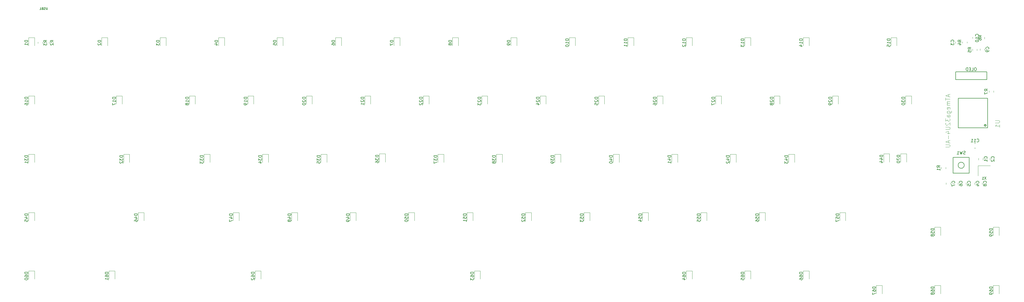
<source format=gbr>
%TF.GenerationSoftware,KiCad,Pcbnew,(5.1.9)-1*%
%TF.CreationDate,2021-07-14T13:00:10-07:00*%
%TF.ProjectId,unsplit-keyboard,756e7370-6c69-4742-9d6b-6579626f6172,rev?*%
%TF.SameCoordinates,Original*%
%TF.FileFunction,Legend,Bot*%
%TF.FilePolarity,Positive*%
%FSLAX46Y46*%
G04 Gerber Fmt 4.6, Leading zero omitted, Abs format (unit mm)*
G04 Created by KiCad (PCBNEW (5.1.9)-1) date 2021-07-14 13:00:10*
%MOMM*%
%LPD*%
G01*
G04 APERTURE LIST*
%ADD10C,0.254000*%
%ADD11C,0.203200*%
%ADD12C,0.120000*%
%ADD13C,0.150000*%
%ADD14C,0.050000*%
G04 APERTURE END LIST*
D10*
%TO.C,U1*%
X344388700Y-52387000D02*
G75*
G03*
X344388700Y-52387000I-282700J0D01*
G01*
D11*
X335306000Y-53187000D02*
X344906000Y-53187000D01*
X335306000Y-43587000D02*
X335306000Y-53187000D01*
X344906000Y-43587000D02*
X335306000Y-43587000D01*
X344906000Y-53187000D02*
X344906000Y-43587000D01*
D12*
%TO.C,C3*%
X334418000Y-25062548D02*
X334418000Y-25585052D01*
X335888000Y-25062548D02*
X335888000Y-25585052D01*
%TO.C,C10*%
X342419000Y-23595298D02*
X342419000Y-24117802D01*
X343889000Y-23595298D02*
X343889000Y-24117802D01*
%TO.C,C9*%
X343889000Y-27871052D02*
X343889000Y-27348548D01*
X342419000Y-27871052D02*
X342419000Y-27348548D01*
%TO.C,R5*%
X339968750Y-27476236D02*
X339968750Y-27930364D01*
X341438750Y-27476236D02*
X341438750Y-27930364D01*
%TO.C,R6*%
X341476000Y-24026864D02*
X341476000Y-23572736D01*
X340006000Y-24026864D02*
X340006000Y-23572736D01*
%TO.C,R4*%
X336704000Y-25096736D02*
X336704000Y-25550864D01*
X338174000Y-25096736D02*
X338174000Y-25550864D01*
%TO.C,X1*%
X341763600Y-65558400D02*
X345763600Y-65558400D01*
X341763600Y-68858400D02*
X341763600Y-65558400D01*
D13*
%TO.C,SW1*%
X337270600Y-65430400D02*
G75*
G03*
X337270600Y-65430400I-1000000J0D01*
G01*
X333670600Y-62830400D02*
X333670600Y-68030400D01*
X338870600Y-62830400D02*
X333670600Y-62830400D01*
X338870600Y-68030400D02*
X338870600Y-62830400D01*
X333670600Y-68030400D02*
X338870600Y-68030400D01*
D12*
%TO.C,R7*%
X345378100Y-41109536D02*
X345378100Y-41563664D01*
X346848100Y-41109536D02*
X346848100Y-41563664D01*
%TO.C,R3*%
X36930000Y-25627064D02*
X36930000Y-25172936D01*
X35460000Y-25627064D02*
X35460000Y-25172936D01*
%TO.C,R2*%
X39089000Y-25627064D02*
X39089000Y-25172936D01*
X37619000Y-25627064D02*
X37619000Y-25172936D01*
%TO.C,R1*%
X331290600Y-66092336D02*
X331290600Y-66546464D01*
X329820600Y-66092336D02*
X329820600Y-66546464D01*
D13*
%TO.C,OL1*%
X334518000Y-37465000D02*
X334518000Y-34925000D01*
X344678000Y-37465000D02*
X334518000Y-37465000D01*
X344678000Y-34925000D02*
X344678000Y-37465000D01*
X334518000Y-34925000D02*
X344678000Y-34925000D01*
D12*
%TO.C,D70*%
X316540000Y-64373000D02*
X316540000Y-61688000D01*
X316540000Y-61688000D02*
X318460000Y-61688000D01*
X318460000Y-61688000D02*
X318460000Y-64373000D01*
%TO.C,D69*%
X348622500Y-104677500D02*
X348622500Y-107362500D01*
X346702500Y-104677500D02*
X348622500Y-104677500D01*
X346702500Y-107362500D02*
X346702500Y-104677500D01*
%TO.C,D68*%
X329572500Y-104677500D02*
X329572500Y-107362500D01*
X327652500Y-104677500D02*
X329572500Y-104677500D01*
X327652500Y-107362500D02*
X327652500Y-104677500D01*
%TO.C,D67*%
X310522500Y-104677500D02*
X310522500Y-107362500D01*
X308602500Y-104677500D02*
X310522500Y-104677500D01*
X308602500Y-107362500D02*
X308602500Y-104677500D01*
%TO.C,D66*%
X286710000Y-99915000D02*
X286710000Y-102600000D01*
X284790000Y-99915000D02*
X286710000Y-99915000D01*
X284790000Y-102600000D02*
X284790000Y-99915000D01*
%TO.C,D65*%
X267660000Y-99915000D02*
X267660000Y-102600000D01*
X265740000Y-99915000D02*
X267660000Y-99915000D01*
X265740000Y-102600000D02*
X265740000Y-99915000D01*
%TO.C,D64*%
X248610000Y-99915000D02*
X248610000Y-102600000D01*
X246690000Y-99915000D02*
X248610000Y-99915000D01*
X246690000Y-102600000D02*
X246690000Y-99915000D01*
%TO.C,D63*%
X179553750Y-99915000D02*
X179553750Y-102600000D01*
X177633750Y-99915000D02*
X179553750Y-99915000D01*
X177633750Y-102600000D02*
X177633750Y-99915000D01*
%TO.C,D62*%
X106196250Y-102600000D02*
X106196250Y-99915000D01*
X106196250Y-99915000D02*
X108116250Y-99915000D01*
X108116250Y-99915000D02*
X108116250Y-102600000D01*
%TO.C,D61*%
X58571250Y-102600000D02*
X58571250Y-99915000D01*
X58571250Y-99915000D02*
X60491250Y-99915000D01*
X60491250Y-99915000D02*
X60491250Y-102600000D01*
%TO.C,D60*%
X32377500Y-102600000D02*
X32377500Y-99915000D01*
X32377500Y-99915000D02*
X34297500Y-99915000D01*
X34297500Y-99915000D02*
X34297500Y-102600000D01*
%TO.C,D59*%
X348622500Y-85627500D02*
X348622500Y-88312500D01*
X346702500Y-85627500D02*
X348622500Y-85627500D01*
X346702500Y-88312500D02*
X346702500Y-85627500D01*
%TO.C,D58*%
X329572500Y-85627500D02*
X329572500Y-88312500D01*
X327652500Y-85627500D02*
X329572500Y-85627500D01*
X327652500Y-88312500D02*
X327652500Y-85627500D01*
%TO.C,D57*%
X298616250Y-80865000D02*
X298616250Y-83550000D01*
X296696250Y-80865000D02*
X298616250Y-80865000D01*
X296696250Y-83550000D02*
X296696250Y-80865000D01*
%TO.C,D56*%
X272422500Y-80865000D02*
X272422500Y-83550000D01*
X270502500Y-80865000D02*
X272422500Y-80865000D01*
X270502500Y-83550000D02*
X270502500Y-80865000D01*
%TO.C,D55*%
X253372500Y-80865000D02*
X253372500Y-83550000D01*
X251452500Y-80865000D02*
X253372500Y-80865000D01*
X251452500Y-83550000D02*
X251452500Y-80865000D01*
%TO.C,D54*%
X234322500Y-80865000D02*
X234322500Y-83550000D01*
X232402500Y-80865000D02*
X234322500Y-80865000D01*
X232402500Y-83550000D02*
X232402500Y-80865000D01*
%TO.C,D53*%
X215272500Y-80865000D02*
X215272500Y-83550000D01*
X213352500Y-80865000D02*
X215272500Y-80865000D01*
X213352500Y-83550000D02*
X213352500Y-80865000D01*
%TO.C,D52*%
X196222500Y-80865000D02*
X196222500Y-83550000D01*
X194302500Y-80865000D02*
X196222500Y-80865000D01*
X194302500Y-83550000D02*
X194302500Y-80865000D01*
%TO.C,D51*%
X177172500Y-80865000D02*
X177172500Y-83550000D01*
X175252500Y-80865000D02*
X177172500Y-80865000D01*
X175252500Y-83550000D02*
X175252500Y-80865000D01*
%TO.C,D50*%
X158122500Y-80865000D02*
X158122500Y-83550000D01*
X156202500Y-80865000D02*
X158122500Y-80865000D01*
X156202500Y-83550000D02*
X156202500Y-80865000D01*
%TO.C,D49*%
X139072500Y-80865000D02*
X139072500Y-83550000D01*
X137152500Y-80865000D02*
X139072500Y-80865000D01*
X137152500Y-83550000D02*
X137152500Y-80865000D01*
%TO.C,D48*%
X120022500Y-80865000D02*
X120022500Y-83550000D01*
X118102500Y-80865000D02*
X120022500Y-80865000D01*
X118102500Y-83550000D02*
X118102500Y-80865000D01*
%TO.C,D47*%
X100972500Y-80865000D02*
X100972500Y-83550000D01*
X99052500Y-80865000D02*
X100972500Y-80865000D01*
X99052500Y-83550000D02*
X99052500Y-80865000D01*
%TO.C,D46*%
X70016250Y-80865000D02*
X70016250Y-83550000D01*
X68096250Y-80865000D02*
X70016250Y-80865000D01*
X68096250Y-83550000D02*
X68096250Y-80865000D01*
%TO.C,D45*%
X34297500Y-80865000D02*
X34297500Y-83550000D01*
X32377500Y-80865000D02*
X34297500Y-80865000D01*
X32377500Y-83550000D02*
X32377500Y-80865000D01*
%TO.C,D44*%
X312903750Y-61671250D02*
X312903750Y-64356250D01*
X310983750Y-61671250D02*
X312903750Y-61671250D01*
X310983750Y-64356250D02*
X310983750Y-61671250D01*
%TO.C,D43*%
X281947500Y-61815000D02*
X281947500Y-64500000D01*
X280027500Y-61815000D02*
X281947500Y-61815000D01*
X280027500Y-64500000D02*
X280027500Y-61815000D01*
%TO.C,D42*%
X262897500Y-61815000D02*
X262897500Y-64500000D01*
X260977500Y-61815000D02*
X262897500Y-61815000D01*
X260977500Y-64500000D02*
X260977500Y-61815000D01*
%TO.C,D41*%
X243847500Y-61815000D02*
X243847500Y-64500000D01*
X241927500Y-61815000D02*
X243847500Y-61815000D01*
X241927500Y-64500000D02*
X241927500Y-61815000D01*
%TO.C,D40*%
X224797500Y-61815000D02*
X224797500Y-64500000D01*
X222877500Y-61815000D02*
X224797500Y-61815000D01*
X222877500Y-64500000D02*
X222877500Y-61815000D01*
%TO.C,D39*%
X205747500Y-61815000D02*
X205747500Y-64500000D01*
X203827500Y-61815000D02*
X205747500Y-61815000D01*
X203827500Y-64500000D02*
X203827500Y-61815000D01*
%TO.C,D38*%
X186697500Y-61815000D02*
X186697500Y-64500000D01*
X184777500Y-61815000D02*
X186697500Y-61815000D01*
X184777500Y-64500000D02*
X184777500Y-61815000D01*
%TO.C,D37*%
X167647500Y-61815000D02*
X167647500Y-64500000D01*
X165727500Y-61815000D02*
X167647500Y-61815000D01*
X165727500Y-64500000D02*
X165727500Y-61815000D01*
%TO.C,D36*%
X148597500Y-61671250D02*
X148597500Y-64356250D01*
X146677500Y-61671250D02*
X148597500Y-61671250D01*
X146677500Y-64356250D02*
X146677500Y-61671250D01*
%TO.C,D35*%
X129547500Y-61815000D02*
X129547500Y-64500000D01*
X127627500Y-61815000D02*
X129547500Y-61815000D01*
X127627500Y-64500000D02*
X127627500Y-61815000D01*
%TO.C,D34*%
X110497500Y-61815000D02*
X110497500Y-64500000D01*
X108577500Y-61815000D02*
X110497500Y-61815000D01*
X108577500Y-64500000D02*
X108577500Y-61815000D01*
%TO.C,D33*%
X91447500Y-61815000D02*
X91447500Y-64500000D01*
X89527500Y-61815000D02*
X91447500Y-61815000D01*
X89527500Y-64500000D02*
X89527500Y-61815000D01*
%TO.C,D32*%
X65253750Y-61815000D02*
X65253750Y-64500000D01*
X63333750Y-61815000D02*
X65253750Y-61815000D01*
X63333750Y-64500000D02*
X63333750Y-61815000D01*
%TO.C,D31*%
X34297500Y-61815000D02*
X34297500Y-64500000D01*
X32377500Y-61815000D02*
X34297500Y-61815000D01*
X32377500Y-64500000D02*
X32377500Y-61815000D01*
%TO.C,D30*%
X320047500Y-42765000D02*
X320047500Y-45450000D01*
X318127500Y-42765000D02*
X320047500Y-42765000D01*
X318127500Y-45450000D02*
X318127500Y-42765000D01*
%TO.C,D29*%
X296235000Y-42765000D02*
X296235000Y-45450000D01*
X294315000Y-42765000D02*
X296235000Y-42765000D01*
X294315000Y-45450000D02*
X294315000Y-42765000D01*
%TO.C,D28*%
X277185000Y-42765000D02*
X277185000Y-45450000D01*
X275265000Y-42765000D02*
X277185000Y-42765000D01*
X275265000Y-45450000D02*
X275265000Y-42765000D01*
%TO.C,D27*%
X258135000Y-42765000D02*
X258135000Y-45450000D01*
X256215000Y-42765000D02*
X258135000Y-42765000D01*
X256215000Y-45450000D02*
X256215000Y-42765000D01*
%TO.C,D26*%
X239085000Y-42765000D02*
X239085000Y-45450000D01*
X237165000Y-42765000D02*
X239085000Y-42765000D01*
X237165000Y-45450000D02*
X237165000Y-42765000D01*
%TO.C,D25*%
X220035000Y-42765000D02*
X220035000Y-45450000D01*
X218115000Y-42765000D02*
X220035000Y-42765000D01*
X218115000Y-45450000D02*
X218115000Y-42765000D01*
%TO.C,D24*%
X200985000Y-42765000D02*
X200985000Y-45450000D01*
X199065000Y-42765000D02*
X200985000Y-42765000D01*
X199065000Y-45450000D02*
X199065000Y-42765000D01*
%TO.C,D23*%
X181935000Y-42765000D02*
X181935000Y-45450000D01*
X180015000Y-42765000D02*
X181935000Y-42765000D01*
X180015000Y-45450000D02*
X180015000Y-42765000D01*
%TO.C,D22*%
X162885000Y-42765000D02*
X162885000Y-45450000D01*
X160965000Y-42765000D02*
X162885000Y-42765000D01*
X160965000Y-45450000D02*
X160965000Y-42765000D01*
%TO.C,D21*%
X143835000Y-42765000D02*
X143835000Y-45450000D01*
X141915000Y-42765000D02*
X143835000Y-42765000D01*
X141915000Y-45450000D02*
X141915000Y-42765000D01*
%TO.C,D20*%
X124785000Y-42765000D02*
X124785000Y-45450000D01*
X122865000Y-42765000D02*
X124785000Y-42765000D01*
X122865000Y-45450000D02*
X122865000Y-42765000D01*
%TO.C,D19*%
X105735000Y-42765000D02*
X105735000Y-45450000D01*
X103815000Y-42765000D02*
X105735000Y-42765000D01*
X103815000Y-45450000D02*
X103815000Y-42765000D01*
%TO.C,D18*%
X86685000Y-42765000D02*
X86685000Y-45450000D01*
X84765000Y-42765000D02*
X86685000Y-42765000D01*
X84765000Y-45450000D02*
X84765000Y-42765000D01*
%TO.C,D17*%
X62872500Y-42765000D02*
X62872500Y-45450000D01*
X60952500Y-42765000D02*
X62872500Y-42765000D01*
X60952500Y-45450000D02*
X60952500Y-42765000D01*
%TO.C,D16*%
X34297500Y-42765000D02*
X34297500Y-45450000D01*
X32377500Y-42765000D02*
X34297500Y-42765000D01*
X32377500Y-45450000D02*
X32377500Y-42765000D01*
%TO.C,D15*%
X315285000Y-23715000D02*
X315285000Y-26400000D01*
X313365000Y-23715000D02*
X315285000Y-23715000D01*
X313365000Y-26400000D02*
X313365000Y-23715000D01*
%TO.C,D14*%
X286710000Y-23715000D02*
X286710000Y-26400000D01*
X284790000Y-23715000D02*
X286710000Y-23715000D01*
X284790000Y-26400000D02*
X284790000Y-23715000D01*
%TO.C,D13*%
X267660000Y-23715000D02*
X267660000Y-26400000D01*
X265740000Y-23715000D02*
X267660000Y-23715000D01*
X265740000Y-26400000D02*
X265740000Y-23715000D01*
%TO.C,D12*%
X248610000Y-23715000D02*
X248610000Y-26400000D01*
X246690000Y-23715000D02*
X248610000Y-23715000D01*
X246690000Y-26400000D02*
X246690000Y-23715000D01*
%TO.C,D11*%
X229560000Y-23715000D02*
X229560000Y-26400000D01*
X227640000Y-23715000D02*
X229560000Y-23715000D01*
X227640000Y-26400000D02*
X227640000Y-23715000D01*
%TO.C,D10*%
X210510000Y-23715000D02*
X210510000Y-26400000D01*
X208590000Y-23715000D02*
X210510000Y-23715000D01*
X208590000Y-26400000D02*
X208590000Y-23715000D01*
%TO.C,D9*%
X191460000Y-23715000D02*
X191460000Y-26400000D01*
X189540000Y-23715000D02*
X191460000Y-23715000D01*
X189540000Y-26400000D02*
X189540000Y-23715000D01*
%TO.C,D8*%
X172410000Y-23715000D02*
X172410000Y-26400000D01*
X170490000Y-23715000D02*
X172410000Y-23715000D01*
X170490000Y-26400000D02*
X170490000Y-23715000D01*
%TO.C,D7*%
X153360000Y-23715000D02*
X153360000Y-26400000D01*
X151440000Y-23715000D02*
X153360000Y-23715000D01*
X151440000Y-26400000D02*
X151440000Y-23715000D01*
%TO.C,D6*%
X134310000Y-23715000D02*
X134310000Y-26400000D01*
X132390000Y-23715000D02*
X134310000Y-23715000D01*
X132390000Y-26400000D02*
X132390000Y-23715000D01*
%TO.C,D5*%
X115260000Y-23715000D02*
X115260000Y-26400000D01*
X113340000Y-23715000D02*
X115260000Y-23715000D01*
X113340000Y-26400000D02*
X113340000Y-23715000D01*
%TO.C,D4*%
X96210000Y-23715000D02*
X96210000Y-26400000D01*
X94290000Y-23715000D02*
X96210000Y-23715000D01*
X94290000Y-26400000D02*
X94290000Y-23715000D01*
%TO.C,D3*%
X75240000Y-26400000D02*
X75240000Y-23715000D01*
X75240000Y-23715000D02*
X77160000Y-23715000D01*
X77160000Y-23715000D02*
X77160000Y-26400000D01*
%TO.C,D2*%
X56190000Y-26400000D02*
X56190000Y-23715000D01*
X56190000Y-23715000D02*
X58110000Y-23715000D01*
X58110000Y-23715000D02*
X58110000Y-26400000D01*
%TO.C,D1*%
X32377500Y-26400000D02*
X32377500Y-23715000D01*
X32377500Y-23715000D02*
X34297500Y-23715000D01*
X34297500Y-23715000D02*
X34297500Y-26400000D01*
%TO.C,C11*%
X341025152Y-58307300D02*
X340502648Y-58307300D01*
X341025152Y-59777300D02*
X340502648Y-59777300D01*
%TO.C,C8*%
X341631600Y-71660652D02*
X341631600Y-71138148D01*
X343101600Y-71660652D02*
X343101600Y-71138148D01*
%TO.C,C7*%
X331344600Y-71660652D02*
X331344600Y-71138148D01*
X332814600Y-71660652D02*
X332814600Y-71138148D01*
%TO.C,C6*%
X333757600Y-71660652D02*
X333757600Y-71138148D01*
X335227600Y-71660652D02*
X335227600Y-71138148D01*
%TO.C,C5*%
X336424600Y-71660652D02*
X336424600Y-71138148D01*
X337894600Y-71660652D02*
X337894600Y-71138148D01*
%TO.C,C4*%
X339218600Y-71660652D02*
X339218600Y-71138148D01*
X340688600Y-71660652D02*
X340688600Y-71138148D01*
%TO.C,C2*%
X344171600Y-63659652D02*
X344171600Y-63137148D01*
X345641600Y-63659652D02*
X345641600Y-63137148D01*
%TO.C,C1*%
X341885600Y-63659652D02*
X341885600Y-63137148D01*
X343355600Y-63659652D02*
X343355600Y-63137148D01*
%TO.C,USB1*%
D13*
X38522916Y-13904166D02*
X38522916Y-14470833D01*
X38489583Y-14537500D01*
X38456250Y-14570833D01*
X38389583Y-14604166D01*
X38256250Y-14604166D01*
X38189583Y-14570833D01*
X38156250Y-14537500D01*
X38122916Y-14470833D01*
X38122916Y-13904166D01*
X37822916Y-14570833D02*
X37722916Y-14604166D01*
X37556250Y-14604166D01*
X37489583Y-14570833D01*
X37456250Y-14537500D01*
X37422916Y-14470833D01*
X37422916Y-14404166D01*
X37456250Y-14337500D01*
X37489583Y-14304166D01*
X37556250Y-14270833D01*
X37689583Y-14237500D01*
X37756250Y-14204166D01*
X37789583Y-14170833D01*
X37822916Y-14104166D01*
X37822916Y-14037500D01*
X37789583Y-13970833D01*
X37756250Y-13937500D01*
X37689583Y-13904166D01*
X37522916Y-13904166D01*
X37422916Y-13937500D01*
X36889583Y-14237500D02*
X36789583Y-14270833D01*
X36756250Y-14304166D01*
X36722916Y-14370833D01*
X36722916Y-14470833D01*
X36756250Y-14537500D01*
X36789583Y-14570833D01*
X36856250Y-14604166D01*
X37122916Y-14604166D01*
X37122916Y-13904166D01*
X36889583Y-13904166D01*
X36822916Y-13937500D01*
X36789583Y-13970833D01*
X36756250Y-14037500D01*
X36756250Y-14104166D01*
X36789583Y-14170833D01*
X36822916Y-14204166D01*
X36889583Y-14237500D01*
X37122916Y-14237500D01*
X36056250Y-14604166D02*
X36456250Y-14604166D01*
X36256250Y-14604166D02*
X36256250Y-13904166D01*
X36322916Y-14004166D01*
X36389583Y-14070833D01*
X36456250Y-14104166D01*
%TO.C,U1*%
D14*
X347353333Y-50794333D02*
X348486666Y-50794333D01*
X348620000Y-50861000D01*
X348686666Y-50927666D01*
X348753333Y-51061000D01*
X348753333Y-51327666D01*
X348686666Y-51461000D01*
X348620000Y-51527666D01*
X348486666Y-51594333D01*
X347353333Y-51594333D01*
X348753333Y-52994333D02*
X348753333Y-52194333D01*
X348753333Y-52594333D02*
X347353333Y-52594333D01*
X347553333Y-52461000D01*
X347686666Y-52327666D01*
X347753333Y-52194333D01*
X332213233Y-42337000D02*
X332213233Y-43003666D01*
X332613233Y-42203666D02*
X331213233Y-42670333D01*
X332613233Y-43137000D01*
X331213233Y-43403666D02*
X331213233Y-44203666D01*
X332613233Y-43803666D02*
X331213233Y-43803666D01*
X332613233Y-44670333D02*
X331679900Y-44670333D01*
X331813233Y-44670333D02*
X331746566Y-44737000D01*
X331679900Y-44870333D01*
X331679900Y-45070333D01*
X331746566Y-45203666D01*
X331879900Y-45270333D01*
X332613233Y-45270333D01*
X331879900Y-45270333D02*
X331746566Y-45337000D01*
X331679900Y-45470333D01*
X331679900Y-45670333D01*
X331746566Y-45803666D01*
X331879900Y-45870333D01*
X332613233Y-45870333D01*
X332546566Y-47070333D02*
X332613233Y-46937000D01*
X332613233Y-46670333D01*
X332546566Y-46537000D01*
X332413233Y-46470333D01*
X331879900Y-46470333D01*
X331746566Y-46537000D01*
X331679900Y-46670333D01*
X331679900Y-46937000D01*
X331746566Y-47070333D01*
X331879900Y-47137000D01*
X332013233Y-47137000D01*
X332146566Y-46470333D01*
X331679900Y-48337000D02*
X332813233Y-48337000D01*
X332946566Y-48270333D01*
X333013233Y-48203666D01*
X333079900Y-48070333D01*
X333079900Y-47870333D01*
X333013233Y-47737000D01*
X332546566Y-48337000D02*
X332613233Y-48203666D01*
X332613233Y-47937000D01*
X332546566Y-47803666D01*
X332479900Y-47737000D01*
X332346566Y-47670333D01*
X331946566Y-47670333D01*
X331813233Y-47737000D01*
X331746566Y-47803666D01*
X331679900Y-47937000D01*
X331679900Y-48203666D01*
X331746566Y-48337000D01*
X332613233Y-49603666D02*
X331879900Y-49603666D01*
X331746566Y-49537000D01*
X331679900Y-49403666D01*
X331679900Y-49137000D01*
X331746566Y-49003666D01*
X332546566Y-49603666D02*
X332613233Y-49470333D01*
X332613233Y-49137000D01*
X332546566Y-49003666D01*
X332413233Y-48937000D01*
X332279900Y-48937000D01*
X332146566Y-49003666D01*
X332079900Y-49137000D01*
X332079900Y-49470333D01*
X332013233Y-49603666D01*
X331213233Y-50137000D02*
X331213233Y-51003666D01*
X331746566Y-50537000D01*
X331746566Y-50737000D01*
X331813233Y-50870333D01*
X331879900Y-50937000D01*
X332013233Y-51003666D01*
X332346566Y-51003666D01*
X332479900Y-50937000D01*
X332546566Y-50870333D01*
X332613233Y-50737000D01*
X332613233Y-50337000D01*
X332546566Y-50203666D01*
X332479900Y-50137000D01*
X331346566Y-51537000D02*
X331279900Y-51603666D01*
X331213233Y-51737000D01*
X331213233Y-52070333D01*
X331279900Y-52203666D01*
X331346566Y-52270333D01*
X331479900Y-52337000D01*
X331613233Y-52337000D01*
X331813233Y-52270333D01*
X332613233Y-51470333D01*
X332613233Y-52337000D01*
X331213233Y-52937000D02*
X332346566Y-52937000D01*
X332479900Y-53003666D01*
X332546566Y-53070333D01*
X332613233Y-53203666D01*
X332613233Y-53470333D01*
X332546566Y-53603666D01*
X332479900Y-53670333D01*
X332346566Y-53737000D01*
X331213233Y-53737000D01*
X331679900Y-55003666D02*
X332613233Y-55003666D01*
X331146566Y-54670333D02*
X332146566Y-54337000D01*
X332146566Y-55203666D01*
X332079900Y-55737000D02*
X332079900Y-56803666D01*
X332213233Y-57403666D02*
X332213233Y-58070333D01*
X332613233Y-57270333D02*
X331213233Y-57737000D01*
X332613233Y-58203666D01*
X331213233Y-58670333D02*
X332346566Y-58670333D01*
X332479900Y-58737000D01*
X332546566Y-58803666D01*
X332613233Y-58937000D01*
X332613233Y-59203666D01*
X332546566Y-59337000D01*
X332479900Y-59403666D01*
X332346566Y-59470333D01*
X331213233Y-59470333D01*
%TO.C,C3*%
D13*
X333830142Y-25157133D02*
X333877761Y-25109514D01*
X333925380Y-24966657D01*
X333925380Y-24871419D01*
X333877761Y-24728561D01*
X333782523Y-24633323D01*
X333687285Y-24585704D01*
X333496809Y-24538085D01*
X333353952Y-24538085D01*
X333163476Y-24585704D01*
X333068238Y-24633323D01*
X332973000Y-24728561D01*
X332925380Y-24871419D01*
X332925380Y-24966657D01*
X332973000Y-25109514D01*
X333020619Y-25157133D01*
X332925380Y-25490466D02*
X332925380Y-26109514D01*
X333306333Y-25776180D01*
X333306333Y-25919038D01*
X333353952Y-26014276D01*
X333401571Y-26061895D01*
X333496809Y-26109514D01*
X333734904Y-26109514D01*
X333830142Y-26061895D01*
X333877761Y-26014276D01*
X333925380Y-25919038D01*
X333925380Y-25633323D01*
X333877761Y-25538085D01*
X333830142Y-25490466D01*
%TO.C,C10*%
X341831142Y-23213692D02*
X341878761Y-23166073D01*
X341926380Y-23023216D01*
X341926380Y-22927978D01*
X341878761Y-22785121D01*
X341783523Y-22689883D01*
X341688285Y-22642264D01*
X341497809Y-22594645D01*
X341354952Y-22594645D01*
X341164476Y-22642264D01*
X341069238Y-22689883D01*
X340974000Y-22785121D01*
X340926380Y-22927978D01*
X340926380Y-23023216D01*
X340974000Y-23166073D01*
X341021619Y-23213692D01*
X341926380Y-24166073D02*
X341926380Y-23594645D01*
X341926380Y-23880359D02*
X340926380Y-23880359D01*
X341069238Y-23785121D01*
X341164476Y-23689883D01*
X341212095Y-23594645D01*
X340926380Y-24785121D02*
X340926380Y-24880359D01*
X340974000Y-24975597D01*
X341021619Y-25023216D01*
X341116857Y-25070835D01*
X341307333Y-25118454D01*
X341545428Y-25118454D01*
X341735904Y-25070835D01*
X341831142Y-25023216D01*
X341878761Y-24975597D01*
X341926380Y-24880359D01*
X341926380Y-24785121D01*
X341878761Y-24689883D01*
X341831142Y-24642264D01*
X341735904Y-24594645D01*
X341545428Y-24547026D01*
X341307333Y-24547026D01*
X341116857Y-24594645D01*
X341021619Y-24642264D01*
X340974000Y-24689883D01*
X340926380Y-24785121D01*
%TO.C,C9*%
X345191142Y-27443133D02*
X345238761Y-27395514D01*
X345286380Y-27252657D01*
X345286380Y-27157419D01*
X345238761Y-27014561D01*
X345143523Y-26919323D01*
X345048285Y-26871704D01*
X344857809Y-26824085D01*
X344714952Y-26824085D01*
X344524476Y-26871704D01*
X344429238Y-26919323D01*
X344334000Y-27014561D01*
X344286380Y-27157419D01*
X344286380Y-27252657D01*
X344334000Y-27395514D01*
X344381619Y-27443133D01*
X345286380Y-27919323D02*
X345286380Y-28109800D01*
X345238761Y-28205038D01*
X345191142Y-28252657D01*
X345048285Y-28347895D01*
X344857809Y-28395514D01*
X344476857Y-28395514D01*
X344381619Y-28347895D01*
X344334000Y-28300276D01*
X344286380Y-28205038D01*
X344286380Y-28014561D01*
X344334000Y-27919323D01*
X344381619Y-27871704D01*
X344476857Y-27824085D01*
X344714952Y-27824085D01*
X344810190Y-27871704D01*
X344857809Y-27919323D01*
X344905428Y-28014561D01*
X344905428Y-28205038D01*
X344857809Y-28300276D01*
X344810190Y-28347895D01*
X344714952Y-28395514D01*
%TO.C,R5*%
X339506130Y-27536633D02*
X339029940Y-27203300D01*
X339506130Y-26965204D02*
X338506130Y-26965204D01*
X338506130Y-27346157D01*
X338553750Y-27441395D01*
X338601369Y-27489014D01*
X338696607Y-27536633D01*
X338839464Y-27536633D01*
X338934702Y-27489014D01*
X338982321Y-27441395D01*
X339029940Y-27346157D01*
X339029940Y-26965204D01*
X338506130Y-28441395D02*
X338506130Y-27965204D01*
X338982321Y-27917585D01*
X338934702Y-27965204D01*
X338887083Y-28060442D01*
X338887083Y-28298538D01*
X338934702Y-28393776D01*
X338982321Y-28441395D01*
X339077559Y-28489014D01*
X339315654Y-28489014D01*
X339410892Y-28441395D01*
X339458511Y-28393776D01*
X339506130Y-28298538D01*
X339506130Y-28060442D01*
X339458511Y-27965204D01*
X339410892Y-27917585D01*
%TO.C,R6*%
X342843380Y-23633133D02*
X342367190Y-23299800D01*
X342843380Y-23061704D02*
X341843380Y-23061704D01*
X341843380Y-23442657D01*
X341891000Y-23537895D01*
X341938619Y-23585514D01*
X342033857Y-23633133D01*
X342176714Y-23633133D01*
X342271952Y-23585514D01*
X342319571Y-23537895D01*
X342367190Y-23442657D01*
X342367190Y-23061704D01*
X341843380Y-24490276D02*
X341843380Y-24299800D01*
X341891000Y-24204561D01*
X341938619Y-24156942D01*
X342081476Y-24061704D01*
X342271952Y-24014085D01*
X342652904Y-24014085D01*
X342748142Y-24061704D01*
X342795761Y-24109323D01*
X342843380Y-24204561D01*
X342843380Y-24395038D01*
X342795761Y-24490276D01*
X342748142Y-24537895D01*
X342652904Y-24585514D01*
X342414809Y-24585514D01*
X342319571Y-24537895D01*
X342271952Y-24490276D01*
X342224333Y-24395038D01*
X342224333Y-24204561D01*
X342271952Y-24109323D01*
X342319571Y-24061704D01*
X342414809Y-24014085D01*
%TO.C,R4*%
X336241380Y-25157133D02*
X335765190Y-24823800D01*
X336241380Y-24585704D02*
X335241380Y-24585704D01*
X335241380Y-24966657D01*
X335289000Y-25061895D01*
X335336619Y-25109514D01*
X335431857Y-25157133D01*
X335574714Y-25157133D01*
X335669952Y-25109514D01*
X335717571Y-25061895D01*
X335765190Y-24966657D01*
X335765190Y-24585704D01*
X335574714Y-26014276D02*
X336241380Y-26014276D01*
X335193761Y-25776180D02*
X335908047Y-25538085D01*
X335908047Y-26157133D01*
%TO.C,X1*%
X344411219Y-69220304D02*
X343877885Y-70020304D01*
X343877885Y-69220304D02*
X344411219Y-70020304D01*
X343154076Y-70020304D02*
X343611219Y-70020304D01*
X343382647Y-70020304D02*
X343382647Y-69220304D01*
X343458838Y-69334590D01*
X343535028Y-69410780D01*
X343611219Y-69448876D01*
%TO.C,SW1*%
X337603933Y-61771161D02*
X337461076Y-61818780D01*
X337222980Y-61818780D01*
X337127742Y-61771161D01*
X337080123Y-61723542D01*
X337032504Y-61628304D01*
X337032504Y-61533066D01*
X337080123Y-61437828D01*
X337127742Y-61390209D01*
X337222980Y-61342590D01*
X337413457Y-61294971D01*
X337508695Y-61247352D01*
X337556314Y-61199733D01*
X337603933Y-61104495D01*
X337603933Y-61009257D01*
X337556314Y-60914019D01*
X337508695Y-60866400D01*
X337413457Y-60818780D01*
X337175361Y-60818780D01*
X337032504Y-60866400D01*
X336699171Y-60818780D02*
X336461076Y-61818780D01*
X336270600Y-61104495D01*
X336080123Y-61818780D01*
X335842028Y-60818780D01*
X334937266Y-61818780D02*
X335508695Y-61818780D01*
X335222980Y-61818780D02*
X335222980Y-60818780D01*
X335318219Y-60961638D01*
X335413457Y-61056876D01*
X335508695Y-61104495D01*
%TO.C,R7*%
X344915480Y-41169933D02*
X344439290Y-40836600D01*
X344915480Y-40598504D02*
X343915480Y-40598504D01*
X343915480Y-40979457D01*
X343963100Y-41074695D01*
X344010719Y-41122314D01*
X344105957Y-41169933D01*
X344248814Y-41169933D01*
X344344052Y-41122314D01*
X344391671Y-41074695D01*
X344439290Y-40979457D01*
X344439290Y-40598504D01*
X343915480Y-41503266D02*
X343915480Y-42169933D01*
X344915480Y-41741361D01*
%TO.C,R3*%
X38297380Y-25233333D02*
X37821190Y-24900000D01*
X38297380Y-24661904D02*
X37297380Y-24661904D01*
X37297380Y-25042857D01*
X37345000Y-25138095D01*
X37392619Y-25185714D01*
X37487857Y-25233333D01*
X37630714Y-25233333D01*
X37725952Y-25185714D01*
X37773571Y-25138095D01*
X37821190Y-25042857D01*
X37821190Y-24661904D01*
X37297380Y-25566666D02*
X37297380Y-26185714D01*
X37678333Y-25852380D01*
X37678333Y-25995238D01*
X37725952Y-26090476D01*
X37773571Y-26138095D01*
X37868809Y-26185714D01*
X38106904Y-26185714D01*
X38202142Y-26138095D01*
X38249761Y-26090476D01*
X38297380Y-25995238D01*
X38297380Y-25709523D01*
X38249761Y-25614285D01*
X38202142Y-25566666D01*
%TO.C,R2*%
X40456380Y-25233333D02*
X39980190Y-24900000D01*
X40456380Y-24661904D02*
X39456380Y-24661904D01*
X39456380Y-25042857D01*
X39504000Y-25138095D01*
X39551619Y-25185714D01*
X39646857Y-25233333D01*
X39789714Y-25233333D01*
X39884952Y-25185714D01*
X39932571Y-25138095D01*
X39980190Y-25042857D01*
X39980190Y-24661904D01*
X39551619Y-25614285D02*
X39504000Y-25661904D01*
X39456380Y-25757142D01*
X39456380Y-25995238D01*
X39504000Y-26090476D01*
X39551619Y-26138095D01*
X39646857Y-26185714D01*
X39742095Y-26185714D01*
X39884952Y-26138095D01*
X40456380Y-25566666D01*
X40456380Y-26185714D01*
%TO.C,R1*%
X329357980Y-66152733D02*
X328881790Y-65819400D01*
X329357980Y-65581304D02*
X328357980Y-65581304D01*
X328357980Y-65962257D01*
X328405600Y-66057495D01*
X328453219Y-66105114D01*
X328548457Y-66152733D01*
X328691314Y-66152733D01*
X328786552Y-66105114D01*
X328834171Y-66057495D01*
X328881790Y-65962257D01*
X328881790Y-65581304D01*
X329357980Y-67105114D02*
X329357980Y-66533685D01*
X329357980Y-66819400D02*
X328357980Y-66819400D01*
X328500838Y-66724161D01*
X328596076Y-66628923D01*
X328643695Y-66533685D01*
%TO.C,OL1*%
X340990380Y-33547380D02*
X340799904Y-33547380D01*
X340704666Y-33595000D01*
X340609428Y-33690238D01*
X340561809Y-33880714D01*
X340561809Y-34214047D01*
X340609428Y-34404523D01*
X340704666Y-34499761D01*
X340799904Y-34547380D01*
X340990380Y-34547380D01*
X341085619Y-34499761D01*
X341180857Y-34404523D01*
X341228476Y-34214047D01*
X341228476Y-33880714D01*
X341180857Y-33690238D01*
X341085619Y-33595000D01*
X340990380Y-33547380D01*
X339657047Y-34547380D02*
X340133238Y-34547380D01*
X340133238Y-33547380D01*
X339323714Y-34023571D02*
X338990380Y-34023571D01*
X338847523Y-34547380D02*
X339323714Y-34547380D01*
X339323714Y-33547380D01*
X338847523Y-33547380D01*
X338418952Y-34547380D02*
X338418952Y-33547380D01*
X338180857Y-33547380D01*
X338038000Y-33595000D01*
X337942761Y-33690238D01*
X337895142Y-33785476D01*
X337847523Y-33975952D01*
X337847523Y-34118809D01*
X337895142Y-34309285D01*
X337942761Y-34404523D01*
X338038000Y-34499761D01*
X338180857Y-34547380D01*
X338418952Y-34547380D01*
%TO.C,D70*%
X316302380Y-62158714D02*
X315302380Y-62158714D01*
X315302380Y-62396809D01*
X315350000Y-62539666D01*
X315445238Y-62634904D01*
X315540476Y-62682523D01*
X315730952Y-62730142D01*
X315873809Y-62730142D01*
X316064285Y-62682523D01*
X316159523Y-62634904D01*
X316254761Y-62539666D01*
X316302380Y-62396809D01*
X316302380Y-62158714D01*
X315302380Y-63063476D02*
X315302380Y-63730142D01*
X316302380Y-63301571D01*
X315302380Y-64301571D02*
X315302380Y-64396809D01*
X315350000Y-64492047D01*
X315397619Y-64539666D01*
X315492857Y-64587285D01*
X315683333Y-64634904D01*
X315921428Y-64634904D01*
X316111904Y-64587285D01*
X316207142Y-64539666D01*
X316254761Y-64492047D01*
X316302380Y-64396809D01*
X316302380Y-64301571D01*
X316254761Y-64206333D01*
X316207142Y-64158714D01*
X316111904Y-64111095D01*
X315921428Y-64063476D01*
X315683333Y-64063476D01*
X315492857Y-64111095D01*
X315397619Y-64158714D01*
X315350000Y-64206333D01*
X315302380Y-64301571D01*
%TO.C,D69*%
X346464880Y-105148214D02*
X345464880Y-105148214D01*
X345464880Y-105386309D01*
X345512500Y-105529166D01*
X345607738Y-105624404D01*
X345702976Y-105672023D01*
X345893452Y-105719642D01*
X346036309Y-105719642D01*
X346226785Y-105672023D01*
X346322023Y-105624404D01*
X346417261Y-105529166D01*
X346464880Y-105386309D01*
X346464880Y-105148214D01*
X345464880Y-106576785D02*
X345464880Y-106386309D01*
X345512500Y-106291071D01*
X345560119Y-106243452D01*
X345702976Y-106148214D01*
X345893452Y-106100595D01*
X346274404Y-106100595D01*
X346369642Y-106148214D01*
X346417261Y-106195833D01*
X346464880Y-106291071D01*
X346464880Y-106481547D01*
X346417261Y-106576785D01*
X346369642Y-106624404D01*
X346274404Y-106672023D01*
X346036309Y-106672023D01*
X345941071Y-106624404D01*
X345893452Y-106576785D01*
X345845833Y-106481547D01*
X345845833Y-106291071D01*
X345893452Y-106195833D01*
X345941071Y-106148214D01*
X346036309Y-106100595D01*
X346464880Y-107148214D02*
X346464880Y-107338690D01*
X346417261Y-107433928D01*
X346369642Y-107481547D01*
X346226785Y-107576785D01*
X346036309Y-107624404D01*
X345655357Y-107624404D01*
X345560119Y-107576785D01*
X345512500Y-107529166D01*
X345464880Y-107433928D01*
X345464880Y-107243452D01*
X345512500Y-107148214D01*
X345560119Y-107100595D01*
X345655357Y-107052976D01*
X345893452Y-107052976D01*
X345988690Y-107100595D01*
X346036309Y-107148214D01*
X346083928Y-107243452D01*
X346083928Y-107433928D01*
X346036309Y-107529166D01*
X345988690Y-107576785D01*
X345893452Y-107624404D01*
%TO.C,D68*%
X327414880Y-105148214D02*
X326414880Y-105148214D01*
X326414880Y-105386309D01*
X326462500Y-105529166D01*
X326557738Y-105624404D01*
X326652976Y-105672023D01*
X326843452Y-105719642D01*
X326986309Y-105719642D01*
X327176785Y-105672023D01*
X327272023Y-105624404D01*
X327367261Y-105529166D01*
X327414880Y-105386309D01*
X327414880Y-105148214D01*
X326414880Y-106576785D02*
X326414880Y-106386309D01*
X326462500Y-106291071D01*
X326510119Y-106243452D01*
X326652976Y-106148214D01*
X326843452Y-106100595D01*
X327224404Y-106100595D01*
X327319642Y-106148214D01*
X327367261Y-106195833D01*
X327414880Y-106291071D01*
X327414880Y-106481547D01*
X327367261Y-106576785D01*
X327319642Y-106624404D01*
X327224404Y-106672023D01*
X326986309Y-106672023D01*
X326891071Y-106624404D01*
X326843452Y-106576785D01*
X326795833Y-106481547D01*
X326795833Y-106291071D01*
X326843452Y-106195833D01*
X326891071Y-106148214D01*
X326986309Y-106100595D01*
X326843452Y-107243452D02*
X326795833Y-107148214D01*
X326748214Y-107100595D01*
X326652976Y-107052976D01*
X326605357Y-107052976D01*
X326510119Y-107100595D01*
X326462500Y-107148214D01*
X326414880Y-107243452D01*
X326414880Y-107433928D01*
X326462500Y-107529166D01*
X326510119Y-107576785D01*
X326605357Y-107624404D01*
X326652976Y-107624404D01*
X326748214Y-107576785D01*
X326795833Y-107529166D01*
X326843452Y-107433928D01*
X326843452Y-107243452D01*
X326891071Y-107148214D01*
X326938690Y-107100595D01*
X327033928Y-107052976D01*
X327224404Y-107052976D01*
X327319642Y-107100595D01*
X327367261Y-107148214D01*
X327414880Y-107243452D01*
X327414880Y-107433928D01*
X327367261Y-107529166D01*
X327319642Y-107576785D01*
X327224404Y-107624404D01*
X327033928Y-107624404D01*
X326938690Y-107576785D01*
X326891071Y-107529166D01*
X326843452Y-107433928D01*
%TO.C,D67*%
X308364880Y-105148214D02*
X307364880Y-105148214D01*
X307364880Y-105386309D01*
X307412500Y-105529166D01*
X307507738Y-105624404D01*
X307602976Y-105672023D01*
X307793452Y-105719642D01*
X307936309Y-105719642D01*
X308126785Y-105672023D01*
X308222023Y-105624404D01*
X308317261Y-105529166D01*
X308364880Y-105386309D01*
X308364880Y-105148214D01*
X307364880Y-106576785D02*
X307364880Y-106386309D01*
X307412500Y-106291071D01*
X307460119Y-106243452D01*
X307602976Y-106148214D01*
X307793452Y-106100595D01*
X308174404Y-106100595D01*
X308269642Y-106148214D01*
X308317261Y-106195833D01*
X308364880Y-106291071D01*
X308364880Y-106481547D01*
X308317261Y-106576785D01*
X308269642Y-106624404D01*
X308174404Y-106672023D01*
X307936309Y-106672023D01*
X307841071Y-106624404D01*
X307793452Y-106576785D01*
X307745833Y-106481547D01*
X307745833Y-106291071D01*
X307793452Y-106195833D01*
X307841071Y-106148214D01*
X307936309Y-106100595D01*
X307364880Y-107005357D02*
X307364880Y-107672023D01*
X308364880Y-107243452D01*
%TO.C,D66*%
X284552380Y-100385714D02*
X283552380Y-100385714D01*
X283552380Y-100623809D01*
X283600000Y-100766666D01*
X283695238Y-100861904D01*
X283790476Y-100909523D01*
X283980952Y-100957142D01*
X284123809Y-100957142D01*
X284314285Y-100909523D01*
X284409523Y-100861904D01*
X284504761Y-100766666D01*
X284552380Y-100623809D01*
X284552380Y-100385714D01*
X283552380Y-101814285D02*
X283552380Y-101623809D01*
X283600000Y-101528571D01*
X283647619Y-101480952D01*
X283790476Y-101385714D01*
X283980952Y-101338095D01*
X284361904Y-101338095D01*
X284457142Y-101385714D01*
X284504761Y-101433333D01*
X284552380Y-101528571D01*
X284552380Y-101719047D01*
X284504761Y-101814285D01*
X284457142Y-101861904D01*
X284361904Y-101909523D01*
X284123809Y-101909523D01*
X284028571Y-101861904D01*
X283980952Y-101814285D01*
X283933333Y-101719047D01*
X283933333Y-101528571D01*
X283980952Y-101433333D01*
X284028571Y-101385714D01*
X284123809Y-101338095D01*
X283552380Y-102766666D02*
X283552380Y-102576190D01*
X283600000Y-102480952D01*
X283647619Y-102433333D01*
X283790476Y-102338095D01*
X283980952Y-102290476D01*
X284361904Y-102290476D01*
X284457142Y-102338095D01*
X284504761Y-102385714D01*
X284552380Y-102480952D01*
X284552380Y-102671428D01*
X284504761Y-102766666D01*
X284457142Y-102814285D01*
X284361904Y-102861904D01*
X284123809Y-102861904D01*
X284028571Y-102814285D01*
X283980952Y-102766666D01*
X283933333Y-102671428D01*
X283933333Y-102480952D01*
X283980952Y-102385714D01*
X284028571Y-102338095D01*
X284123809Y-102290476D01*
%TO.C,D65*%
X265502380Y-100385714D02*
X264502380Y-100385714D01*
X264502380Y-100623809D01*
X264550000Y-100766666D01*
X264645238Y-100861904D01*
X264740476Y-100909523D01*
X264930952Y-100957142D01*
X265073809Y-100957142D01*
X265264285Y-100909523D01*
X265359523Y-100861904D01*
X265454761Y-100766666D01*
X265502380Y-100623809D01*
X265502380Y-100385714D01*
X264502380Y-101814285D02*
X264502380Y-101623809D01*
X264550000Y-101528571D01*
X264597619Y-101480952D01*
X264740476Y-101385714D01*
X264930952Y-101338095D01*
X265311904Y-101338095D01*
X265407142Y-101385714D01*
X265454761Y-101433333D01*
X265502380Y-101528571D01*
X265502380Y-101719047D01*
X265454761Y-101814285D01*
X265407142Y-101861904D01*
X265311904Y-101909523D01*
X265073809Y-101909523D01*
X264978571Y-101861904D01*
X264930952Y-101814285D01*
X264883333Y-101719047D01*
X264883333Y-101528571D01*
X264930952Y-101433333D01*
X264978571Y-101385714D01*
X265073809Y-101338095D01*
X264502380Y-102814285D02*
X264502380Y-102338095D01*
X264978571Y-102290476D01*
X264930952Y-102338095D01*
X264883333Y-102433333D01*
X264883333Y-102671428D01*
X264930952Y-102766666D01*
X264978571Y-102814285D01*
X265073809Y-102861904D01*
X265311904Y-102861904D01*
X265407142Y-102814285D01*
X265454761Y-102766666D01*
X265502380Y-102671428D01*
X265502380Y-102433333D01*
X265454761Y-102338095D01*
X265407142Y-102290476D01*
%TO.C,D64*%
X246452380Y-100385714D02*
X245452380Y-100385714D01*
X245452380Y-100623809D01*
X245500000Y-100766666D01*
X245595238Y-100861904D01*
X245690476Y-100909523D01*
X245880952Y-100957142D01*
X246023809Y-100957142D01*
X246214285Y-100909523D01*
X246309523Y-100861904D01*
X246404761Y-100766666D01*
X246452380Y-100623809D01*
X246452380Y-100385714D01*
X245452380Y-101814285D02*
X245452380Y-101623809D01*
X245500000Y-101528571D01*
X245547619Y-101480952D01*
X245690476Y-101385714D01*
X245880952Y-101338095D01*
X246261904Y-101338095D01*
X246357142Y-101385714D01*
X246404761Y-101433333D01*
X246452380Y-101528571D01*
X246452380Y-101719047D01*
X246404761Y-101814285D01*
X246357142Y-101861904D01*
X246261904Y-101909523D01*
X246023809Y-101909523D01*
X245928571Y-101861904D01*
X245880952Y-101814285D01*
X245833333Y-101719047D01*
X245833333Y-101528571D01*
X245880952Y-101433333D01*
X245928571Y-101385714D01*
X246023809Y-101338095D01*
X245785714Y-102766666D02*
X246452380Y-102766666D01*
X245404761Y-102528571D02*
X246119047Y-102290476D01*
X246119047Y-102909523D01*
%TO.C,D63*%
X177396130Y-100385714D02*
X176396130Y-100385714D01*
X176396130Y-100623809D01*
X176443750Y-100766666D01*
X176538988Y-100861904D01*
X176634226Y-100909523D01*
X176824702Y-100957142D01*
X176967559Y-100957142D01*
X177158035Y-100909523D01*
X177253273Y-100861904D01*
X177348511Y-100766666D01*
X177396130Y-100623809D01*
X177396130Y-100385714D01*
X176396130Y-101814285D02*
X176396130Y-101623809D01*
X176443750Y-101528571D01*
X176491369Y-101480952D01*
X176634226Y-101385714D01*
X176824702Y-101338095D01*
X177205654Y-101338095D01*
X177300892Y-101385714D01*
X177348511Y-101433333D01*
X177396130Y-101528571D01*
X177396130Y-101719047D01*
X177348511Y-101814285D01*
X177300892Y-101861904D01*
X177205654Y-101909523D01*
X176967559Y-101909523D01*
X176872321Y-101861904D01*
X176824702Y-101814285D01*
X176777083Y-101719047D01*
X176777083Y-101528571D01*
X176824702Y-101433333D01*
X176872321Y-101385714D01*
X176967559Y-101338095D01*
X176396130Y-102242857D02*
X176396130Y-102861904D01*
X176777083Y-102528571D01*
X176777083Y-102671428D01*
X176824702Y-102766666D01*
X176872321Y-102814285D01*
X176967559Y-102861904D01*
X177205654Y-102861904D01*
X177300892Y-102814285D01*
X177348511Y-102766666D01*
X177396130Y-102671428D01*
X177396130Y-102385714D01*
X177348511Y-102290476D01*
X177300892Y-102242857D01*
%TO.C,D62*%
X105958630Y-100385714D02*
X104958630Y-100385714D01*
X104958630Y-100623809D01*
X105006250Y-100766666D01*
X105101488Y-100861904D01*
X105196726Y-100909523D01*
X105387202Y-100957142D01*
X105530059Y-100957142D01*
X105720535Y-100909523D01*
X105815773Y-100861904D01*
X105911011Y-100766666D01*
X105958630Y-100623809D01*
X105958630Y-100385714D01*
X104958630Y-101814285D02*
X104958630Y-101623809D01*
X105006250Y-101528571D01*
X105053869Y-101480952D01*
X105196726Y-101385714D01*
X105387202Y-101338095D01*
X105768154Y-101338095D01*
X105863392Y-101385714D01*
X105911011Y-101433333D01*
X105958630Y-101528571D01*
X105958630Y-101719047D01*
X105911011Y-101814285D01*
X105863392Y-101861904D01*
X105768154Y-101909523D01*
X105530059Y-101909523D01*
X105434821Y-101861904D01*
X105387202Y-101814285D01*
X105339583Y-101719047D01*
X105339583Y-101528571D01*
X105387202Y-101433333D01*
X105434821Y-101385714D01*
X105530059Y-101338095D01*
X105053869Y-102290476D02*
X105006250Y-102338095D01*
X104958630Y-102433333D01*
X104958630Y-102671428D01*
X105006250Y-102766666D01*
X105053869Y-102814285D01*
X105149107Y-102861904D01*
X105244345Y-102861904D01*
X105387202Y-102814285D01*
X105958630Y-102242857D01*
X105958630Y-102861904D01*
%TO.C,D61*%
X58333630Y-100385714D02*
X57333630Y-100385714D01*
X57333630Y-100623809D01*
X57381250Y-100766666D01*
X57476488Y-100861904D01*
X57571726Y-100909523D01*
X57762202Y-100957142D01*
X57905059Y-100957142D01*
X58095535Y-100909523D01*
X58190773Y-100861904D01*
X58286011Y-100766666D01*
X58333630Y-100623809D01*
X58333630Y-100385714D01*
X57333630Y-101814285D02*
X57333630Y-101623809D01*
X57381250Y-101528571D01*
X57428869Y-101480952D01*
X57571726Y-101385714D01*
X57762202Y-101338095D01*
X58143154Y-101338095D01*
X58238392Y-101385714D01*
X58286011Y-101433333D01*
X58333630Y-101528571D01*
X58333630Y-101719047D01*
X58286011Y-101814285D01*
X58238392Y-101861904D01*
X58143154Y-101909523D01*
X57905059Y-101909523D01*
X57809821Y-101861904D01*
X57762202Y-101814285D01*
X57714583Y-101719047D01*
X57714583Y-101528571D01*
X57762202Y-101433333D01*
X57809821Y-101385714D01*
X57905059Y-101338095D01*
X58333630Y-102861904D02*
X58333630Y-102290476D01*
X58333630Y-102576190D02*
X57333630Y-102576190D01*
X57476488Y-102480952D01*
X57571726Y-102385714D01*
X57619345Y-102290476D01*
%TO.C,D60*%
X32139880Y-100385714D02*
X31139880Y-100385714D01*
X31139880Y-100623809D01*
X31187500Y-100766666D01*
X31282738Y-100861904D01*
X31377976Y-100909523D01*
X31568452Y-100957142D01*
X31711309Y-100957142D01*
X31901785Y-100909523D01*
X31997023Y-100861904D01*
X32092261Y-100766666D01*
X32139880Y-100623809D01*
X32139880Y-100385714D01*
X31139880Y-101814285D02*
X31139880Y-101623809D01*
X31187500Y-101528571D01*
X31235119Y-101480952D01*
X31377976Y-101385714D01*
X31568452Y-101338095D01*
X31949404Y-101338095D01*
X32044642Y-101385714D01*
X32092261Y-101433333D01*
X32139880Y-101528571D01*
X32139880Y-101719047D01*
X32092261Y-101814285D01*
X32044642Y-101861904D01*
X31949404Y-101909523D01*
X31711309Y-101909523D01*
X31616071Y-101861904D01*
X31568452Y-101814285D01*
X31520833Y-101719047D01*
X31520833Y-101528571D01*
X31568452Y-101433333D01*
X31616071Y-101385714D01*
X31711309Y-101338095D01*
X31139880Y-102528571D02*
X31139880Y-102623809D01*
X31187500Y-102719047D01*
X31235119Y-102766666D01*
X31330357Y-102814285D01*
X31520833Y-102861904D01*
X31758928Y-102861904D01*
X31949404Y-102814285D01*
X32044642Y-102766666D01*
X32092261Y-102719047D01*
X32139880Y-102623809D01*
X32139880Y-102528571D01*
X32092261Y-102433333D01*
X32044642Y-102385714D01*
X31949404Y-102338095D01*
X31758928Y-102290476D01*
X31520833Y-102290476D01*
X31330357Y-102338095D01*
X31235119Y-102385714D01*
X31187500Y-102433333D01*
X31139880Y-102528571D01*
%TO.C,D59*%
X346464880Y-86098214D02*
X345464880Y-86098214D01*
X345464880Y-86336309D01*
X345512500Y-86479166D01*
X345607738Y-86574404D01*
X345702976Y-86622023D01*
X345893452Y-86669642D01*
X346036309Y-86669642D01*
X346226785Y-86622023D01*
X346322023Y-86574404D01*
X346417261Y-86479166D01*
X346464880Y-86336309D01*
X346464880Y-86098214D01*
X345464880Y-87574404D02*
X345464880Y-87098214D01*
X345941071Y-87050595D01*
X345893452Y-87098214D01*
X345845833Y-87193452D01*
X345845833Y-87431547D01*
X345893452Y-87526785D01*
X345941071Y-87574404D01*
X346036309Y-87622023D01*
X346274404Y-87622023D01*
X346369642Y-87574404D01*
X346417261Y-87526785D01*
X346464880Y-87431547D01*
X346464880Y-87193452D01*
X346417261Y-87098214D01*
X346369642Y-87050595D01*
X346464880Y-88098214D02*
X346464880Y-88288690D01*
X346417261Y-88383928D01*
X346369642Y-88431547D01*
X346226785Y-88526785D01*
X346036309Y-88574404D01*
X345655357Y-88574404D01*
X345560119Y-88526785D01*
X345512500Y-88479166D01*
X345464880Y-88383928D01*
X345464880Y-88193452D01*
X345512500Y-88098214D01*
X345560119Y-88050595D01*
X345655357Y-88002976D01*
X345893452Y-88002976D01*
X345988690Y-88050595D01*
X346036309Y-88098214D01*
X346083928Y-88193452D01*
X346083928Y-88383928D01*
X346036309Y-88479166D01*
X345988690Y-88526785D01*
X345893452Y-88574404D01*
%TO.C,D58*%
X327414880Y-86098214D02*
X326414880Y-86098214D01*
X326414880Y-86336309D01*
X326462500Y-86479166D01*
X326557738Y-86574404D01*
X326652976Y-86622023D01*
X326843452Y-86669642D01*
X326986309Y-86669642D01*
X327176785Y-86622023D01*
X327272023Y-86574404D01*
X327367261Y-86479166D01*
X327414880Y-86336309D01*
X327414880Y-86098214D01*
X326414880Y-87574404D02*
X326414880Y-87098214D01*
X326891071Y-87050595D01*
X326843452Y-87098214D01*
X326795833Y-87193452D01*
X326795833Y-87431547D01*
X326843452Y-87526785D01*
X326891071Y-87574404D01*
X326986309Y-87622023D01*
X327224404Y-87622023D01*
X327319642Y-87574404D01*
X327367261Y-87526785D01*
X327414880Y-87431547D01*
X327414880Y-87193452D01*
X327367261Y-87098214D01*
X327319642Y-87050595D01*
X326843452Y-88193452D02*
X326795833Y-88098214D01*
X326748214Y-88050595D01*
X326652976Y-88002976D01*
X326605357Y-88002976D01*
X326510119Y-88050595D01*
X326462500Y-88098214D01*
X326414880Y-88193452D01*
X326414880Y-88383928D01*
X326462500Y-88479166D01*
X326510119Y-88526785D01*
X326605357Y-88574404D01*
X326652976Y-88574404D01*
X326748214Y-88526785D01*
X326795833Y-88479166D01*
X326843452Y-88383928D01*
X326843452Y-88193452D01*
X326891071Y-88098214D01*
X326938690Y-88050595D01*
X327033928Y-88002976D01*
X327224404Y-88002976D01*
X327319642Y-88050595D01*
X327367261Y-88098214D01*
X327414880Y-88193452D01*
X327414880Y-88383928D01*
X327367261Y-88479166D01*
X327319642Y-88526785D01*
X327224404Y-88574404D01*
X327033928Y-88574404D01*
X326938690Y-88526785D01*
X326891071Y-88479166D01*
X326843452Y-88383928D01*
%TO.C,D57*%
X296458630Y-81335714D02*
X295458630Y-81335714D01*
X295458630Y-81573809D01*
X295506250Y-81716666D01*
X295601488Y-81811904D01*
X295696726Y-81859523D01*
X295887202Y-81907142D01*
X296030059Y-81907142D01*
X296220535Y-81859523D01*
X296315773Y-81811904D01*
X296411011Y-81716666D01*
X296458630Y-81573809D01*
X296458630Y-81335714D01*
X295458630Y-82811904D02*
X295458630Y-82335714D01*
X295934821Y-82288095D01*
X295887202Y-82335714D01*
X295839583Y-82430952D01*
X295839583Y-82669047D01*
X295887202Y-82764285D01*
X295934821Y-82811904D01*
X296030059Y-82859523D01*
X296268154Y-82859523D01*
X296363392Y-82811904D01*
X296411011Y-82764285D01*
X296458630Y-82669047D01*
X296458630Y-82430952D01*
X296411011Y-82335714D01*
X296363392Y-82288095D01*
X295458630Y-83192857D02*
X295458630Y-83859523D01*
X296458630Y-83430952D01*
%TO.C,D56*%
X270264880Y-81335714D02*
X269264880Y-81335714D01*
X269264880Y-81573809D01*
X269312500Y-81716666D01*
X269407738Y-81811904D01*
X269502976Y-81859523D01*
X269693452Y-81907142D01*
X269836309Y-81907142D01*
X270026785Y-81859523D01*
X270122023Y-81811904D01*
X270217261Y-81716666D01*
X270264880Y-81573809D01*
X270264880Y-81335714D01*
X269264880Y-82811904D02*
X269264880Y-82335714D01*
X269741071Y-82288095D01*
X269693452Y-82335714D01*
X269645833Y-82430952D01*
X269645833Y-82669047D01*
X269693452Y-82764285D01*
X269741071Y-82811904D01*
X269836309Y-82859523D01*
X270074404Y-82859523D01*
X270169642Y-82811904D01*
X270217261Y-82764285D01*
X270264880Y-82669047D01*
X270264880Y-82430952D01*
X270217261Y-82335714D01*
X270169642Y-82288095D01*
X269264880Y-83716666D02*
X269264880Y-83526190D01*
X269312500Y-83430952D01*
X269360119Y-83383333D01*
X269502976Y-83288095D01*
X269693452Y-83240476D01*
X270074404Y-83240476D01*
X270169642Y-83288095D01*
X270217261Y-83335714D01*
X270264880Y-83430952D01*
X270264880Y-83621428D01*
X270217261Y-83716666D01*
X270169642Y-83764285D01*
X270074404Y-83811904D01*
X269836309Y-83811904D01*
X269741071Y-83764285D01*
X269693452Y-83716666D01*
X269645833Y-83621428D01*
X269645833Y-83430952D01*
X269693452Y-83335714D01*
X269741071Y-83288095D01*
X269836309Y-83240476D01*
%TO.C,D55*%
X251214880Y-81335714D02*
X250214880Y-81335714D01*
X250214880Y-81573809D01*
X250262500Y-81716666D01*
X250357738Y-81811904D01*
X250452976Y-81859523D01*
X250643452Y-81907142D01*
X250786309Y-81907142D01*
X250976785Y-81859523D01*
X251072023Y-81811904D01*
X251167261Y-81716666D01*
X251214880Y-81573809D01*
X251214880Y-81335714D01*
X250214880Y-82811904D02*
X250214880Y-82335714D01*
X250691071Y-82288095D01*
X250643452Y-82335714D01*
X250595833Y-82430952D01*
X250595833Y-82669047D01*
X250643452Y-82764285D01*
X250691071Y-82811904D01*
X250786309Y-82859523D01*
X251024404Y-82859523D01*
X251119642Y-82811904D01*
X251167261Y-82764285D01*
X251214880Y-82669047D01*
X251214880Y-82430952D01*
X251167261Y-82335714D01*
X251119642Y-82288095D01*
X250214880Y-83764285D02*
X250214880Y-83288095D01*
X250691071Y-83240476D01*
X250643452Y-83288095D01*
X250595833Y-83383333D01*
X250595833Y-83621428D01*
X250643452Y-83716666D01*
X250691071Y-83764285D01*
X250786309Y-83811904D01*
X251024404Y-83811904D01*
X251119642Y-83764285D01*
X251167261Y-83716666D01*
X251214880Y-83621428D01*
X251214880Y-83383333D01*
X251167261Y-83288095D01*
X251119642Y-83240476D01*
%TO.C,D54*%
X232164880Y-81335714D02*
X231164880Y-81335714D01*
X231164880Y-81573809D01*
X231212500Y-81716666D01*
X231307738Y-81811904D01*
X231402976Y-81859523D01*
X231593452Y-81907142D01*
X231736309Y-81907142D01*
X231926785Y-81859523D01*
X232022023Y-81811904D01*
X232117261Y-81716666D01*
X232164880Y-81573809D01*
X232164880Y-81335714D01*
X231164880Y-82811904D02*
X231164880Y-82335714D01*
X231641071Y-82288095D01*
X231593452Y-82335714D01*
X231545833Y-82430952D01*
X231545833Y-82669047D01*
X231593452Y-82764285D01*
X231641071Y-82811904D01*
X231736309Y-82859523D01*
X231974404Y-82859523D01*
X232069642Y-82811904D01*
X232117261Y-82764285D01*
X232164880Y-82669047D01*
X232164880Y-82430952D01*
X232117261Y-82335714D01*
X232069642Y-82288095D01*
X231498214Y-83716666D02*
X232164880Y-83716666D01*
X231117261Y-83478571D02*
X231831547Y-83240476D01*
X231831547Y-83859523D01*
%TO.C,D53*%
X213114880Y-81335714D02*
X212114880Y-81335714D01*
X212114880Y-81573809D01*
X212162500Y-81716666D01*
X212257738Y-81811904D01*
X212352976Y-81859523D01*
X212543452Y-81907142D01*
X212686309Y-81907142D01*
X212876785Y-81859523D01*
X212972023Y-81811904D01*
X213067261Y-81716666D01*
X213114880Y-81573809D01*
X213114880Y-81335714D01*
X212114880Y-82811904D02*
X212114880Y-82335714D01*
X212591071Y-82288095D01*
X212543452Y-82335714D01*
X212495833Y-82430952D01*
X212495833Y-82669047D01*
X212543452Y-82764285D01*
X212591071Y-82811904D01*
X212686309Y-82859523D01*
X212924404Y-82859523D01*
X213019642Y-82811904D01*
X213067261Y-82764285D01*
X213114880Y-82669047D01*
X213114880Y-82430952D01*
X213067261Y-82335714D01*
X213019642Y-82288095D01*
X212114880Y-83192857D02*
X212114880Y-83811904D01*
X212495833Y-83478571D01*
X212495833Y-83621428D01*
X212543452Y-83716666D01*
X212591071Y-83764285D01*
X212686309Y-83811904D01*
X212924404Y-83811904D01*
X213019642Y-83764285D01*
X213067261Y-83716666D01*
X213114880Y-83621428D01*
X213114880Y-83335714D01*
X213067261Y-83240476D01*
X213019642Y-83192857D01*
%TO.C,D52*%
X194064880Y-81335714D02*
X193064880Y-81335714D01*
X193064880Y-81573809D01*
X193112500Y-81716666D01*
X193207738Y-81811904D01*
X193302976Y-81859523D01*
X193493452Y-81907142D01*
X193636309Y-81907142D01*
X193826785Y-81859523D01*
X193922023Y-81811904D01*
X194017261Y-81716666D01*
X194064880Y-81573809D01*
X194064880Y-81335714D01*
X193064880Y-82811904D02*
X193064880Y-82335714D01*
X193541071Y-82288095D01*
X193493452Y-82335714D01*
X193445833Y-82430952D01*
X193445833Y-82669047D01*
X193493452Y-82764285D01*
X193541071Y-82811904D01*
X193636309Y-82859523D01*
X193874404Y-82859523D01*
X193969642Y-82811904D01*
X194017261Y-82764285D01*
X194064880Y-82669047D01*
X194064880Y-82430952D01*
X194017261Y-82335714D01*
X193969642Y-82288095D01*
X193160119Y-83240476D02*
X193112500Y-83288095D01*
X193064880Y-83383333D01*
X193064880Y-83621428D01*
X193112500Y-83716666D01*
X193160119Y-83764285D01*
X193255357Y-83811904D01*
X193350595Y-83811904D01*
X193493452Y-83764285D01*
X194064880Y-83192857D01*
X194064880Y-83811904D01*
%TO.C,D51*%
X175014880Y-81335714D02*
X174014880Y-81335714D01*
X174014880Y-81573809D01*
X174062500Y-81716666D01*
X174157738Y-81811904D01*
X174252976Y-81859523D01*
X174443452Y-81907142D01*
X174586309Y-81907142D01*
X174776785Y-81859523D01*
X174872023Y-81811904D01*
X174967261Y-81716666D01*
X175014880Y-81573809D01*
X175014880Y-81335714D01*
X174014880Y-82811904D02*
X174014880Y-82335714D01*
X174491071Y-82288095D01*
X174443452Y-82335714D01*
X174395833Y-82430952D01*
X174395833Y-82669047D01*
X174443452Y-82764285D01*
X174491071Y-82811904D01*
X174586309Y-82859523D01*
X174824404Y-82859523D01*
X174919642Y-82811904D01*
X174967261Y-82764285D01*
X175014880Y-82669047D01*
X175014880Y-82430952D01*
X174967261Y-82335714D01*
X174919642Y-82288095D01*
X175014880Y-83811904D02*
X175014880Y-83240476D01*
X175014880Y-83526190D02*
X174014880Y-83526190D01*
X174157738Y-83430952D01*
X174252976Y-83335714D01*
X174300595Y-83240476D01*
%TO.C,D50*%
X155964880Y-81335714D02*
X154964880Y-81335714D01*
X154964880Y-81573809D01*
X155012500Y-81716666D01*
X155107738Y-81811904D01*
X155202976Y-81859523D01*
X155393452Y-81907142D01*
X155536309Y-81907142D01*
X155726785Y-81859523D01*
X155822023Y-81811904D01*
X155917261Y-81716666D01*
X155964880Y-81573809D01*
X155964880Y-81335714D01*
X154964880Y-82811904D02*
X154964880Y-82335714D01*
X155441071Y-82288095D01*
X155393452Y-82335714D01*
X155345833Y-82430952D01*
X155345833Y-82669047D01*
X155393452Y-82764285D01*
X155441071Y-82811904D01*
X155536309Y-82859523D01*
X155774404Y-82859523D01*
X155869642Y-82811904D01*
X155917261Y-82764285D01*
X155964880Y-82669047D01*
X155964880Y-82430952D01*
X155917261Y-82335714D01*
X155869642Y-82288095D01*
X154964880Y-83478571D02*
X154964880Y-83573809D01*
X155012500Y-83669047D01*
X155060119Y-83716666D01*
X155155357Y-83764285D01*
X155345833Y-83811904D01*
X155583928Y-83811904D01*
X155774404Y-83764285D01*
X155869642Y-83716666D01*
X155917261Y-83669047D01*
X155964880Y-83573809D01*
X155964880Y-83478571D01*
X155917261Y-83383333D01*
X155869642Y-83335714D01*
X155774404Y-83288095D01*
X155583928Y-83240476D01*
X155345833Y-83240476D01*
X155155357Y-83288095D01*
X155060119Y-83335714D01*
X155012500Y-83383333D01*
X154964880Y-83478571D01*
%TO.C,D49*%
X136914880Y-81335714D02*
X135914880Y-81335714D01*
X135914880Y-81573809D01*
X135962500Y-81716666D01*
X136057738Y-81811904D01*
X136152976Y-81859523D01*
X136343452Y-81907142D01*
X136486309Y-81907142D01*
X136676785Y-81859523D01*
X136772023Y-81811904D01*
X136867261Y-81716666D01*
X136914880Y-81573809D01*
X136914880Y-81335714D01*
X136248214Y-82764285D02*
X136914880Y-82764285D01*
X135867261Y-82526190D02*
X136581547Y-82288095D01*
X136581547Y-82907142D01*
X136914880Y-83335714D02*
X136914880Y-83526190D01*
X136867261Y-83621428D01*
X136819642Y-83669047D01*
X136676785Y-83764285D01*
X136486309Y-83811904D01*
X136105357Y-83811904D01*
X136010119Y-83764285D01*
X135962500Y-83716666D01*
X135914880Y-83621428D01*
X135914880Y-83430952D01*
X135962500Y-83335714D01*
X136010119Y-83288095D01*
X136105357Y-83240476D01*
X136343452Y-83240476D01*
X136438690Y-83288095D01*
X136486309Y-83335714D01*
X136533928Y-83430952D01*
X136533928Y-83621428D01*
X136486309Y-83716666D01*
X136438690Y-83764285D01*
X136343452Y-83811904D01*
%TO.C,D48*%
X117864880Y-81335714D02*
X116864880Y-81335714D01*
X116864880Y-81573809D01*
X116912500Y-81716666D01*
X117007738Y-81811904D01*
X117102976Y-81859523D01*
X117293452Y-81907142D01*
X117436309Y-81907142D01*
X117626785Y-81859523D01*
X117722023Y-81811904D01*
X117817261Y-81716666D01*
X117864880Y-81573809D01*
X117864880Y-81335714D01*
X117198214Y-82764285D02*
X117864880Y-82764285D01*
X116817261Y-82526190D02*
X117531547Y-82288095D01*
X117531547Y-82907142D01*
X117293452Y-83430952D02*
X117245833Y-83335714D01*
X117198214Y-83288095D01*
X117102976Y-83240476D01*
X117055357Y-83240476D01*
X116960119Y-83288095D01*
X116912500Y-83335714D01*
X116864880Y-83430952D01*
X116864880Y-83621428D01*
X116912500Y-83716666D01*
X116960119Y-83764285D01*
X117055357Y-83811904D01*
X117102976Y-83811904D01*
X117198214Y-83764285D01*
X117245833Y-83716666D01*
X117293452Y-83621428D01*
X117293452Y-83430952D01*
X117341071Y-83335714D01*
X117388690Y-83288095D01*
X117483928Y-83240476D01*
X117674404Y-83240476D01*
X117769642Y-83288095D01*
X117817261Y-83335714D01*
X117864880Y-83430952D01*
X117864880Y-83621428D01*
X117817261Y-83716666D01*
X117769642Y-83764285D01*
X117674404Y-83811904D01*
X117483928Y-83811904D01*
X117388690Y-83764285D01*
X117341071Y-83716666D01*
X117293452Y-83621428D01*
%TO.C,D47*%
X98814880Y-81335714D02*
X97814880Y-81335714D01*
X97814880Y-81573809D01*
X97862500Y-81716666D01*
X97957738Y-81811904D01*
X98052976Y-81859523D01*
X98243452Y-81907142D01*
X98386309Y-81907142D01*
X98576785Y-81859523D01*
X98672023Y-81811904D01*
X98767261Y-81716666D01*
X98814880Y-81573809D01*
X98814880Y-81335714D01*
X98148214Y-82764285D02*
X98814880Y-82764285D01*
X97767261Y-82526190D02*
X98481547Y-82288095D01*
X98481547Y-82907142D01*
X97814880Y-83192857D02*
X97814880Y-83859523D01*
X98814880Y-83430952D01*
%TO.C,D46*%
X67858630Y-81335714D02*
X66858630Y-81335714D01*
X66858630Y-81573809D01*
X66906250Y-81716666D01*
X67001488Y-81811904D01*
X67096726Y-81859523D01*
X67287202Y-81907142D01*
X67430059Y-81907142D01*
X67620535Y-81859523D01*
X67715773Y-81811904D01*
X67811011Y-81716666D01*
X67858630Y-81573809D01*
X67858630Y-81335714D01*
X67191964Y-82764285D02*
X67858630Y-82764285D01*
X66811011Y-82526190D02*
X67525297Y-82288095D01*
X67525297Y-82907142D01*
X66858630Y-83716666D02*
X66858630Y-83526190D01*
X66906250Y-83430952D01*
X66953869Y-83383333D01*
X67096726Y-83288095D01*
X67287202Y-83240476D01*
X67668154Y-83240476D01*
X67763392Y-83288095D01*
X67811011Y-83335714D01*
X67858630Y-83430952D01*
X67858630Y-83621428D01*
X67811011Y-83716666D01*
X67763392Y-83764285D01*
X67668154Y-83811904D01*
X67430059Y-83811904D01*
X67334821Y-83764285D01*
X67287202Y-83716666D01*
X67239583Y-83621428D01*
X67239583Y-83430952D01*
X67287202Y-83335714D01*
X67334821Y-83288095D01*
X67430059Y-83240476D01*
%TO.C,D45*%
X32139880Y-81335714D02*
X31139880Y-81335714D01*
X31139880Y-81573809D01*
X31187500Y-81716666D01*
X31282738Y-81811904D01*
X31377976Y-81859523D01*
X31568452Y-81907142D01*
X31711309Y-81907142D01*
X31901785Y-81859523D01*
X31997023Y-81811904D01*
X32092261Y-81716666D01*
X32139880Y-81573809D01*
X32139880Y-81335714D01*
X31473214Y-82764285D02*
X32139880Y-82764285D01*
X31092261Y-82526190D02*
X31806547Y-82288095D01*
X31806547Y-82907142D01*
X31139880Y-83764285D02*
X31139880Y-83288095D01*
X31616071Y-83240476D01*
X31568452Y-83288095D01*
X31520833Y-83383333D01*
X31520833Y-83621428D01*
X31568452Y-83716666D01*
X31616071Y-83764285D01*
X31711309Y-83811904D01*
X31949404Y-83811904D01*
X32044642Y-83764285D01*
X32092261Y-83716666D01*
X32139880Y-83621428D01*
X32139880Y-83383333D01*
X32092261Y-83288095D01*
X32044642Y-83240476D01*
%TO.C,D44*%
X310746130Y-62141964D02*
X309746130Y-62141964D01*
X309746130Y-62380059D01*
X309793750Y-62522916D01*
X309888988Y-62618154D01*
X309984226Y-62665773D01*
X310174702Y-62713392D01*
X310317559Y-62713392D01*
X310508035Y-62665773D01*
X310603273Y-62618154D01*
X310698511Y-62522916D01*
X310746130Y-62380059D01*
X310746130Y-62141964D01*
X310079464Y-63570535D02*
X310746130Y-63570535D01*
X309698511Y-63332440D02*
X310412797Y-63094345D01*
X310412797Y-63713392D01*
X310079464Y-64522916D02*
X310746130Y-64522916D01*
X309698511Y-64284821D02*
X310412797Y-64046726D01*
X310412797Y-64665773D01*
%TO.C,D43*%
X279789880Y-62285714D02*
X278789880Y-62285714D01*
X278789880Y-62523809D01*
X278837500Y-62666666D01*
X278932738Y-62761904D01*
X279027976Y-62809523D01*
X279218452Y-62857142D01*
X279361309Y-62857142D01*
X279551785Y-62809523D01*
X279647023Y-62761904D01*
X279742261Y-62666666D01*
X279789880Y-62523809D01*
X279789880Y-62285714D01*
X279123214Y-63714285D02*
X279789880Y-63714285D01*
X278742261Y-63476190D02*
X279456547Y-63238095D01*
X279456547Y-63857142D01*
X278789880Y-64142857D02*
X278789880Y-64761904D01*
X279170833Y-64428571D01*
X279170833Y-64571428D01*
X279218452Y-64666666D01*
X279266071Y-64714285D01*
X279361309Y-64761904D01*
X279599404Y-64761904D01*
X279694642Y-64714285D01*
X279742261Y-64666666D01*
X279789880Y-64571428D01*
X279789880Y-64285714D01*
X279742261Y-64190476D01*
X279694642Y-64142857D01*
%TO.C,D42*%
X260739880Y-62285714D02*
X259739880Y-62285714D01*
X259739880Y-62523809D01*
X259787500Y-62666666D01*
X259882738Y-62761904D01*
X259977976Y-62809523D01*
X260168452Y-62857142D01*
X260311309Y-62857142D01*
X260501785Y-62809523D01*
X260597023Y-62761904D01*
X260692261Y-62666666D01*
X260739880Y-62523809D01*
X260739880Y-62285714D01*
X260073214Y-63714285D02*
X260739880Y-63714285D01*
X259692261Y-63476190D02*
X260406547Y-63238095D01*
X260406547Y-63857142D01*
X259835119Y-64190476D02*
X259787500Y-64238095D01*
X259739880Y-64333333D01*
X259739880Y-64571428D01*
X259787500Y-64666666D01*
X259835119Y-64714285D01*
X259930357Y-64761904D01*
X260025595Y-64761904D01*
X260168452Y-64714285D01*
X260739880Y-64142857D01*
X260739880Y-64761904D01*
%TO.C,D41*%
X241689880Y-62285714D02*
X240689880Y-62285714D01*
X240689880Y-62523809D01*
X240737500Y-62666666D01*
X240832738Y-62761904D01*
X240927976Y-62809523D01*
X241118452Y-62857142D01*
X241261309Y-62857142D01*
X241451785Y-62809523D01*
X241547023Y-62761904D01*
X241642261Y-62666666D01*
X241689880Y-62523809D01*
X241689880Y-62285714D01*
X241023214Y-63714285D02*
X241689880Y-63714285D01*
X240642261Y-63476190D02*
X241356547Y-63238095D01*
X241356547Y-63857142D01*
X241689880Y-64761904D02*
X241689880Y-64190476D01*
X241689880Y-64476190D02*
X240689880Y-64476190D01*
X240832738Y-64380952D01*
X240927976Y-64285714D01*
X240975595Y-64190476D01*
%TO.C,D40*%
X222639880Y-62285714D02*
X221639880Y-62285714D01*
X221639880Y-62523809D01*
X221687500Y-62666666D01*
X221782738Y-62761904D01*
X221877976Y-62809523D01*
X222068452Y-62857142D01*
X222211309Y-62857142D01*
X222401785Y-62809523D01*
X222497023Y-62761904D01*
X222592261Y-62666666D01*
X222639880Y-62523809D01*
X222639880Y-62285714D01*
X221973214Y-63714285D02*
X222639880Y-63714285D01*
X221592261Y-63476190D02*
X222306547Y-63238095D01*
X222306547Y-63857142D01*
X221639880Y-64428571D02*
X221639880Y-64523809D01*
X221687500Y-64619047D01*
X221735119Y-64666666D01*
X221830357Y-64714285D01*
X222020833Y-64761904D01*
X222258928Y-64761904D01*
X222449404Y-64714285D01*
X222544642Y-64666666D01*
X222592261Y-64619047D01*
X222639880Y-64523809D01*
X222639880Y-64428571D01*
X222592261Y-64333333D01*
X222544642Y-64285714D01*
X222449404Y-64238095D01*
X222258928Y-64190476D01*
X222020833Y-64190476D01*
X221830357Y-64238095D01*
X221735119Y-64285714D01*
X221687500Y-64333333D01*
X221639880Y-64428571D01*
%TO.C,D39*%
X203589880Y-62285714D02*
X202589880Y-62285714D01*
X202589880Y-62523809D01*
X202637500Y-62666666D01*
X202732738Y-62761904D01*
X202827976Y-62809523D01*
X203018452Y-62857142D01*
X203161309Y-62857142D01*
X203351785Y-62809523D01*
X203447023Y-62761904D01*
X203542261Y-62666666D01*
X203589880Y-62523809D01*
X203589880Y-62285714D01*
X202589880Y-63190476D02*
X202589880Y-63809523D01*
X202970833Y-63476190D01*
X202970833Y-63619047D01*
X203018452Y-63714285D01*
X203066071Y-63761904D01*
X203161309Y-63809523D01*
X203399404Y-63809523D01*
X203494642Y-63761904D01*
X203542261Y-63714285D01*
X203589880Y-63619047D01*
X203589880Y-63333333D01*
X203542261Y-63238095D01*
X203494642Y-63190476D01*
X203589880Y-64285714D02*
X203589880Y-64476190D01*
X203542261Y-64571428D01*
X203494642Y-64619047D01*
X203351785Y-64714285D01*
X203161309Y-64761904D01*
X202780357Y-64761904D01*
X202685119Y-64714285D01*
X202637500Y-64666666D01*
X202589880Y-64571428D01*
X202589880Y-64380952D01*
X202637500Y-64285714D01*
X202685119Y-64238095D01*
X202780357Y-64190476D01*
X203018452Y-64190476D01*
X203113690Y-64238095D01*
X203161309Y-64285714D01*
X203208928Y-64380952D01*
X203208928Y-64571428D01*
X203161309Y-64666666D01*
X203113690Y-64714285D01*
X203018452Y-64761904D01*
%TO.C,D38*%
X184539880Y-62285714D02*
X183539880Y-62285714D01*
X183539880Y-62523809D01*
X183587500Y-62666666D01*
X183682738Y-62761904D01*
X183777976Y-62809523D01*
X183968452Y-62857142D01*
X184111309Y-62857142D01*
X184301785Y-62809523D01*
X184397023Y-62761904D01*
X184492261Y-62666666D01*
X184539880Y-62523809D01*
X184539880Y-62285714D01*
X183539880Y-63190476D02*
X183539880Y-63809523D01*
X183920833Y-63476190D01*
X183920833Y-63619047D01*
X183968452Y-63714285D01*
X184016071Y-63761904D01*
X184111309Y-63809523D01*
X184349404Y-63809523D01*
X184444642Y-63761904D01*
X184492261Y-63714285D01*
X184539880Y-63619047D01*
X184539880Y-63333333D01*
X184492261Y-63238095D01*
X184444642Y-63190476D01*
X183968452Y-64380952D02*
X183920833Y-64285714D01*
X183873214Y-64238095D01*
X183777976Y-64190476D01*
X183730357Y-64190476D01*
X183635119Y-64238095D01*
X183587500Y-64285714D01*
X183539880Y-64380952D01*
X183539880Y-64571428D01*
X183587500Y-64666666D01*
X183635119Y-64714285D01*
X183730357Y-64761904D01*
X183777976Y-64761904D01*
X183873214Y-64714285D01*
X183920833Y-64666666D01*
X183968452Y-64571428D01*
X183968452Y-64380952D01*
X184016071Y-64285714D01*
X184063690Y-64238095D01*
X184158928Y-64190476D01*
X184349404Y-64190476D01*
X184444642Y-64238095D01*
X184492261Y-64285714D01*
X184539880Y-64380952D01*
X184539880Y-64571428D01*
X184492261Y-64666666D01*
X184444642Y-64714285D01*
X184349404Y-64761904D01*
X184158928Y-64761904D01*
X184063690Y-64714285D01*
X184016071Y-64666666D01*
X183968452Y-64571428D01*
%TO.C,D37*%
X165489880Y-62285714D02*
X164489880Y-62285714D01*
X164489880Y-62523809D01*
X164537500Y-62666666D01*
X164632738Y-62761904D01*
X164727976Y-62809523D01*
X164918452Y-62857142D01*
X165061309Y-62857142D01*
X165251785Y-62809523D01*
X165347023Y-62761904D01*
X165442261Y-62666666D01*
X165489880Y-62523809D01*
X165489880Y-62285714D01*
X164489880Y-63190476D02*
X164489880Y-63809523D01*
X164870833Y-63476190D01*
X164870833Y-63619047D01*
X164918452Y-63714285D01*
X164966071Y-63761904D01*
X165061309Y-63809523D01*
X165299404Y-63809523D01*
X165394642Y-63761904D01*
X165442261Y-63714285D01*
X165489880Y-63619047D01*
X165489880Y-63333333D01*
X165442261Y-63238095D01*
X165394642Y-63190476D01*
X164489880Y-64142857D02*
X164489880Y-64809523D01*
X165489880Y-64380952D01*
%TO.C,D36*%
X146439880Y-62141964D02*
X145439880Y-62141964D01*
X145439880Y-62380059D01*
X145487500Y-62522916D01*
X145582738Y-62618154D01*
X145677976Y-62665773D01*
X145868452Y-62713392D01*
X146011309Y-62713392D01*
X146201785Y-62665773D01*
X146297023Y-62618154D01*
X146392261Y-62522916D01*
X146439880Y-62380059D01*
X146439880Y-62141964D01*
X145439880Y-63046726D02*
X145439880Y-63665773D01*
X145820833Y-63332440D01*
X145820833Y-63475297D01*
X145868452Y-63570535D01*
X145916071Y-63618154D01*
X146011309Y-63665773D01*
X146249404Y-63665773D01*
X146344642Y-63618154D01*
X146392261Y-63570535D01*
X146439880Y-63475297D01*
X146439880Y-63189583D01*
X146392261Y-63094345D01*
X146344642Y-63046726D01*
X145439880Y-64522916D02*
X145439880Y-64332440D01*
X145487500Y-64237202D01*
X145535119Y-64189583D01*
X145677976Y-64094345D01*
X145868452Y-64046726D01*
X146249404Y-64046726D01*
X146344642Y-64094345D01*
X146392261Y-64141964D01*
X146439880Y-64237202D01*
X146439880Y-64427678D01*
X146392261Y-64522916D01*
X146344642Y-64570535D01*
X146249404Y-64618154D01*
X146011309Y-64618154D01*
X145916071Y-64570535D01*
X145868452Y-64522916D01*
X145820833Y-64427678D01*
X145820833Y-64237202D01*
X145868452Y-64141964D01*
X145916071Y-64094345D01*
X146011309Y-64046726D01*
%TO.C,D35*%
X127389880Y-62285714D02*
X126389880Y-62285714D01*
X126389880Y-62523809D01*
X126437500Y-62666666D01*
X126532738Y-62761904D01*
X126627976Y-62809523D01*
X126818452Y-62857142D01*
X126961309Y-62857142D01*
X127151785Y-62809523D01*
X127247023Y-62761904D01*
X127342261Y-62666666D01*
X127389880Y-62523809D01*
X127389880Y-62285714D01*
X126389880Y-63190476D02*
X126389880Y-63809523D01*
X126770833Y-63476190D01*
X126770833Y-63619047D01*
X126818452Y-63714285D01*
X126866071Y-63761904D01*
X126961309Y-63809523D01*
X127199404Y-63809523D01*
X127294642Y-63761904D01*
X127342261Y-63714285D01*
X127389880Y-63619047D01*
X127389880Y-63333333D01*
X127342261Y-63238095D01*
X127294642Y-63190476D01*
X126389880Y-64714285D02*
X126389880Y-64238095D01*
X126866071Y-64190476D01*
X126818452Y-64238095D01*
X126770833Y-64333333D01*
X126770833Y-64571428D01*
X126818452Y-64666666D01*
X126866071Y-64714285D01*
X126961309Y-64761904D01*
X127199404Y-64761904D01*
X127294642Y-64714285D01*
X127342261Y-64666666D01*
X127389880Y-64571428D01*
X127389880Y-64333333D01*
X127342261Y-64238095D01*
X127294642Y-64190476D01*
%TO.C,D34*%
X108339880Y-62285714D02*
X107339880Y-62285714D01*
X107339880Y-62523809D01*
X107387500Y-62666666D01*
X107482738Y-62761904D01*
X107577976Y-62809523D01*
X107768452Y-62857142D01*
X107911309Y-62857142D01*
X108101785Y-62809523D01*
X108197023Y-62761904D01*
X108292261Y-62666666D01*
X108339880Y-62523809D01*
X108339880Y-62285714D01*
X107339880Y-63190476D02*
X107339880Y-63809523D01*
X107720833Y-63476190D01*
X107720833Y-63619047D01*
X107768452Y-63714285D01*
X107816071Y-63761904D01*
X107911309Y-63809523D01*
X108149404Y-63809523D01*
X108244642Y-63761904D01*
X108292261Y-63714285D01*
X108339880Y-63619047D01*
X108339880Y-63333333D01*
X108292261Y-63238095D01*
X108244642Y-63190476D01*
X107673214Y-64666666D02*
X108339880Y-64666666D01*
X107292261Y-64428571D02*
X108006547Y-64190476D01*
X108006547Y-64809523D01*
%TO.C,D33*%
X89289880Y-62285714D02*
X88289880Y-62285714D01*
X88289880Y-62523809D01*
X88337500Y-62666666D01*
X88432738Y-62761904D01*
X88527976Y-62809523D01*
X88718452Y-62857142D01*
X88861309Y-62857142D01*
X89051785Y-62809523D01*
X89147023Y-62761904D01*
X89242261Y-62666666D01*
X89289880Y-62523809D01*
X89289880Y-62285714D01*
X88289880Y-63190476D02*
X88289880Y-63809523D01*
X88670833Y-63476190D01*
X88670833Y-63619047D01*
X88718452Y-63714285D01*
X88766071Y-63761904D01*
X88861309Y-63809523D01*
X89099404Y-63809523D01*
X89194642Y-63761904D01*
X89242261Y-63714285D01*
X89289880Y-63619047D01*
X89289880Y-63333333D01*
X89242261Y-63238095D01*
X89194642Y-63190476D01*
X88289880Y-64142857D02*
X88289880Y-64761904D01*
X88670833Y-64428571D01*
X88670833Y-64571428D01*
X88718452Y-64666666D01*
X88766071Y-64714285D01*
X88861309Y-64761904D01*
X89099404Y-64761904D01*
X89194642Y-64714285D01*
X89242261Y-64666666D01*
X89289880Y-64571428D01*
X89289880Y-64285714D01*
X89242261Y-64190476D01*
X89194642Y-64142857D01*
%TO.C,D32*%
X63096130Y-62285714D02*
X62096130Y-62285714D01*
X62096130Y-62523809D01*
X62143750Y-62666666D01*
X62238988Y-62761904D01*
X62334226Y-62809523D01*
X62524702Y-62857142D01*
X62667559Y-62857142D01*
X62858035Y-62809523D01*
X62953273Y-62761904D01*
X63048511Y-62666666D01*
X63096130Y-62523809D01*
X63096130Y-62285714D01*
X62096130Y-63190476D02*
X62096130Y-63809523D01*
X62477083Y-63476190D01*
X62477083Y-63619047D01*
X62524702Y-63714285D01*
X62572321Y-63761904D01*
X62667559Y-63809523D01*
X62905654Y-63809523D01*
X63000892Y-63761904D01*
X63048511Y-63714285D01*
X63096130Y-63619047D01*
X63096130Y-63333333D01*
X63048511Y-63238095D01*
X63000892Y-63190476D01*
X62191369Y-64190476D02*
X62143750Y-64238095D01*
X62096130Y-64333333D01*
X62096130Y-64571428D01*
X62143750Y-64666666D01*
X62191369Y-64714285D01*
X62286607Y-64761904D01*
X62381845Y-64761904D01*
X62524702Y-64714285D01*
X63096130Y-64142857D01*
X63096130Y-64761904D01*
%TO.C,D31*%
X32139880Y-62285714D02*
X31139880Y-62285714D01*
X31139880Y-62523809D01*
X31187500Y-62666666D01*
X31282738Y-62761904D01*
X31377976Y-62809523D01*
X31568452Y-62857142D01*
X31711309Y-62857142D01*
X31901785Y-62809523D01*
X31997023Y-62761904D01*
X32092261Y-62666666D01*
X32139880Y-62523809D01*
X32139880Y-62285714D01*
X31139880Y-63190476D02*
X31139880Y-63809523D01*
X31520833Y-63476190D01*
X31520833Y-63619047D01*
X31568452Y-63714285D01*
X31616071Y-63761904D01*
X31711309Y-63809523D01*
X31949404Y-63809523D01*
X32044642Y-63761904D01*
X32092261Y-63714285D01*
X32139880Y-63619047D01*
X32139880Y-63333333D01*
X32092261Y-63238095D01*
X32044642Y-63190476D01*
X32139880Y-64761904D02*
X32139880Y-64190476D01*
X32139880Y-64476190D02*
X31139880Y-64476190D01*
X31282738Y-64380952D01*
X31377976Y-64285714D01*
X31425595Y-64190476D01*
%TO.C,D30*%
X317889880Y-43235714D02*
X316889880Y-43235714D01*
X316889880Y-43473809D01*
X316937500Y-43616666D01*
X317032738Y-43711904D01*
X317127976Y-43759523D01*
X317318452Y-43807142D01*
X317461309Y-43807142D01*
X317651785Y-43759523D01*
X317747023Y-43711904D01*
X317842261Y-43616666D01*
X317889880Y-43473809D01*
X317889880Y-43235714D01*
X316889880Y-44140476D02*
X316889880Y-44759523D01*
X317270833Y-44426190D01*
X317270833Y-44569047D01*
X317318452Y-44664285D01*
X317366071Y-44711904D01*
X317461309Y-44759523D01*
X317699404Y-44759523D01*
X317794642Y-44711904D01*
X317842261Y-44664285D01*
X317889880Y-44569047D01*
X317889880Y-44283333D01*
X317842261Y-44188095D01*
X317794642Y-44140476D01*
X316889880Y-45378571D02*
X316889880Y-45473809D01*
X316937500Y-45569047D01*
X316985119Y-45616666D01*
X317080357Y-45664285D01*
X317270833Y-45711904D01*
X317508928Y-45711904D01*
X317699404Y-45664285D01*
X317794642Y-45616666D01*
X317842261Y-45569047D01*
X317889880Y-45473809D01*
X317889880Y-45378571D01*
X317842261Y-45283333D01*
X317794642Y-45235714D01*
X317699404Y-45188095D01*
X317508928Y-45140476D01*
X317270833Y-45140476D01*
X317080357Y-45188095D01*
X316985119Y-45235714D01*
X316937500Y-45283333D01*
X316889880Y-45378571D01*
%TO.C,D29*%
X294077380Y-43235714D02*
X293077380Y-43235714D01*
X293077380Y-43473809D01*
X293125000Y-43616666D01*
X293220238Y-43711904D01*
X293315476Y-43759523D01*
X293505952Y-43807142D01*
X293648809Y-43807142D01*
X293839285Y-43759523D01*
X293934523Y-43711904D01*
X294029761Y-43616666D01*
X294077380Y-43473809D01*
X294077380Y-43235714D01*
X293172619Y-44188095D02*
X293125000Y-44235714D01*
X293077380Y-44330952D01*
X293077380Y-44569047D01*
X293125000Y-44664285D01*
X293172619Y-44711904D01*
X293267857Y-44759523D01*
X293363095Y-44759523D01*
X293505952Y-44711904D01*
X294077380Y-44140476D01*
X294077380Y-44759523D01*
X294077380Y-45235714D02*
X294077380Y-45426190D01*
X294029761Y-45521428D01*
X293982142Y-45569047D01*
X293839285Y-45664285D01*
X293648809Y-45711904D01*
X293267857Y-45711904D01*
X293172619Y-45664285D01*
X293125000Y-45616666D01*
X293077380Y-45521428D01*
X293077380Y-45330952D01*
X293125000Y-45235714D01*
X293172619Y-45188095D01*
X293267857Y-45140476D01*
X293505952Y-45140476D01*
X293601190Y-45188095D01*
X293648809Y-45235714D01*
X293696428Y-45330952D01*
X293696428Y-45521428D01*
X293648809Y-45616666D01*
X293601190Y-45664285D01*
X293505952Y-45711904D01*
%TO.C,D28*%
X275027380Y-43235714D02*
X274027380Y-43235714D01*
X274027380Y-43473809D01*
X274075000Y-43616666D01*
X274170238Y-43711904D01*
X274265476Y-43759523D01*
X274455952Y-43807142D01*
X274598809Y-43807142D01*
X274789285Y-43759523D01*
X274884523Y-43711904D01*
X274979761Y-43616666D01*
X275027380Y-43473809D01*
X275027380Y-43235714D01*
X274122619Y-44188095D02*
X274075000Y-44235714D01*
X274027380Y-44330952D01*
X274027380Y-44569047D01*
X274075000Y-44664285D01*
X274122619Y-44711904D01*
X274217857Y-44759523D01*
X274313095Y-44759523D01*
X274455952Y-44711904D01*
X275027380Y-44140476D01*
X275027380Y-44759523D01*
X274455952Y-45330952D02*
X274408333Y-45235714D01*
X274360714Y-45188095D01*
X274265476Y-45140476D01*
X274217857Y-45140476D01*
X274122619Y-45188095D01*
X274075000Y-45235714D01*
X274027380Y-45330952D01*
X274027380Y-45521428D01*
X274075000Y-45616666D01*
X274122619Y-45664285D01*
X274217857Y-45711904D01*
X274265476Y-45711904D01*
X274360714Y-45664285D01*
X274408333Y-45616666D01*
X274455952Y-45521428D01*
X274455952Y-45330952D01*
X274503571Y-45235714D01*
X274551190Y-45188095D01*
X274646428Y-45140476D01*
X274836904Y-45140476D01*
X274932142Y-45188095D01*
X274979761Y-45235714D01*
X275027380Y-45330952D01*
X275027380Y-45521428D01*
X274979761Y-45616666D01*
X274932142Y-45664285D01*
X274836904Y-45711904D01*
X274646428Y-45711904D01*
X274551190Y-45664285D01*
X274503571Y-45616666D01*
X274455952Y-45521428D01*
%TO.C,D27*%
X255977380Y-43235714D02*
X254977380Y-43235714D01*
X254977380Y-43473809D01*
X255025000Y-43616666D01*
X255120238Y-43711904D01*
X255215476Y-43759523D01*
X255405952Y-43807142D01*
X255548809Y-43807142D01*
X255739285Y-43759523D01*
X255834523Y-43711904D01*
X255929761Y-43616666D01*
X255977380Y-43473809D01*
X255977380Y-43235714D01*
X255072619Y-44188095D02*
X255025000Y-44235714D01*
X254977380Y-44330952D01*
X254977380Y-44569047D01*
X255025000Y-44664285D01*
X255072619Y-44711904D01*
X255167857Y-44759523D01*
X255263095Y-44759523D01*
X255405952Y-44711904D01*
X255977380Y-44140476D01*
X255977380Y-44759523D01*
X254977380Y-45092857D02*
X254977380Y-45759523D01*
X255977380Y-45330952D01*
%TO.C,D26*%
X236927380Y-43235714D02*
X235927380Y-43235714D01*
X235927380Y-43473809D01*
X235975000Y-43616666D01*
X236070238Y-43711904D01*
X236165476Y-43759523D01*
X236355952Y-43807142D01*
X236498809Y-43807142D01*
X236689285Y-43759523D01*
X236784523Y-43711904D01*
X236879761Y-43616666D01*
X236927380Y-43473809D01*
X236927380Y-43235714D01*
X236022619Y-44188095D02*
X235975000Y-44235714D01*
X235927380Y-44330952D01*
X235927380Y-44569047D01*
X235975000Y-44664285D01*
X236022619Y-44711904D01*
X236117857Y-44759523D01*
X236213095Y-44759523D01*
X236355952Y-44711904D01*
X236927380Y-44140476D01*
X236927380Y-44759523D01*
X235927380Y-45616666D02*
X235927380Y-45426190D01*
X235975000Y-45330952D01*
X236022619Y-45283333D01*
X236165476Y-45188095D01*
X236355952Y-45140476D01*
X236736904Y-45140476D01*
X236832142Y-45188095D01*
X236879761Y-45235714D01*
X236927380Y-45330952D01*
X236927380Y-45521428D01*
X236879761Y-45616666D01*
X236832142Y-45664285D01*
X236736904Y-45711904D01*
X236498809Y-45711904D01*
X236403571Y-45664285D01*
X236355952Y-45616666D01*
X236308333Y-45521428D01*
X236308333Y-45330952D01*
X236355952Y-45235714D01*
X236403571Y-45188095D01*
X236498809Y-45140476D01*
%TO.C,D25*%
X217877380Y-43235714D02*
X216877380Y-43235714D01*
X216877380Y-43473809D01*
X216925000Y-43616666D01*
X217020238Y-43711904D01*
X217115476Y-43759523D01*
X217305952Y-43807142D01*
X217448809Y-43807142D01*
X217639285Y-43759523D01*
X217734523Y-43711904D01*
X217829761Y-43616666D01*
X217877380Y-43473809D01*
X217877380Y-43235714D01*
X216972619Y-44188095D02*
X216925000Y-44235714D01*
X216877380Y-44330952D01*
X216877380Y-44569047D01*
X216925000Y-44664285D01*
X216972619Y-44711904D01*
X217067857Y-44759523D01*
X217163095Y-44759523D01*
X217305952Y-44711904D01*
X217877380Y-44140476D01*
X217877380Y-44759523D01*
X216877380Y-45664285D02*
X216877380Y-45188095D01*
X217353571Y-45140476D01*
X217305952Y-45188095D01*
X217258333Y-45283333D01*
X217258333Y-45521428D01*
X217305952Y-45616666D01*
X217353571Y-45664285D01*
X217448809Y-45711904D01*
X217686904Y-45711904D01*
X217782142Y-45664285D01*
X217829761Y-45616666D01*
X217877380Y-45521428D01*
X217877380Y-45283333D01*
X217829761Y-45188095D01*
X217782142Y-45140476D01*
%TO.C,D24*%
X198827380Y-43235714D02*
X197827380Y-43235714D01*
X197827380Y-43473809D01*
X197875000Y-43616666D01*
X197970238Y-43711904D01*
X198065476Y-43759523D01*
X198255952Y-43807142D01*
X198398809Y-43807142D01*
X198589285Y-43759523D01*
X198684523Y-43711904D01*
X198779761Y-43616666D01*
X198827380Y-43473809D01*
X198827380Y-43235714D01*
X197922619Y-44188095D02*
X197875000Y-44235714D01*
X197827380Y-44330952D01*
X197827380Y-44569047D01*
X197875000Y-44664285D01*
X197922619Y-44711904D01*
X198017857Y-44759523D01*
X198113095Y-44759523D01*
X198255952Y-44711904D01*
X198827380Y-44140476D01*
X198827380Y-44759523D01*
X198160714Y-45616666D02*
X198827380Y-45616666D01*
X197779761Y-45378571D02*
X198494047Y-45140476D01*
X198494047Y-45759523D01*
%TO.C,D23*%
X179777380Y-43235714D02*
X178777380Y-43235714D01*
X178777380Y-43473809D01*
X178825000Y-43616666D01*
X178920238Y-43711904D01*
X179015476Y-43759523D01*
X179205952Y-43807142D01*
X179348809Y-43807142D01*
X179539285Y-43759523D01*
X179634523Y-43711904D01*
X179729761Y-43616666D01*
X179777380Y-43473809D01*
X179777380Y-43235714D01*
X178872619Y-44188095D02*
X178825000Y-44235714D01*
X178777380Y-44330952D01*
X178777380Y-44569047D01*
X178825000Y-44664285D01*
X178872619Y-44711904D01*
X178967857Y-44759523D01*
X179063095Y-44759523D01*
X179205952Y-44711904D01*
X179777380Y-44140476D01*
X179777380Y-44759523D01*
X178777380Y-45092857D02*
X178777380Y-45711904D01*
X179158333Y-45378571D01*
X179158333Y-45521428D01*
X179205952Y-45616666D01*
X179253571Y-45664285D01*
X179348809Y-45711904D01*
X179586904Y-45711904D01*
X179682142Y-45664285D01*
X179729761Y-45616666D01*
X179777380Y-45521428D01*
X179777380Y-45235714D01*
X179729761Y-45140476D01*
X179682142Y-45092857D01*
%TO.C,D22*%
X160727380Y-43235714D02*
X159727380Y-43235714D01*
X159727380Y-43473809D01*
X159775000Y-43616666D01*
X159870238Y-43711904D01*
X159965476Y-43759523D01*
X160155952Y-43807142D01*
X160298809Y-43807142D01*
X160489285Y-43759523D01*
X160584523Y-43711904D01*
X160679761Y-43616666D01*
X160727380Y-43473809D01*
X160727380Y-43235714D01*
X159822619Y-44188095D02*
X159775000Y-44235714D01*
X159727380Y-44330952D01*
X159727380Y-44569047D01*
X159775000Y-44664285D01*
X159822619Y-44711904D01*
X159917857Y-44759523D01*
X160013095Y-44759523D01*
X160155952Y-44711904D01*
X160727380Y-44140476D01*
X160727380Y-44759523D01*
X159822619Y-45140476D02*
X159775000Y-45188095D01*
X159727380Y-45283333D01*
X159727380Y-45521428D01*
X159775000Y-45616666D01*
X159822619Y-45664285D01*
X159917857Y-45711904D01*
X160013095Y-45711904D01*
X160155952Y-45664285D01*
X160727380Y-45092857D01*
X160727380Y-45711904D01*
%TO.C,D21*%
X141677380Y-43235714D02*
X140677380Y-43235714D01*
X140677380Y-43473809D01*
X140725000Y-43616666D01*
X140820238Y-43711904D01*
X140915476Y-43759523D01*
X141105952Y-43807142D01*
X141248809Y-43807142D01*
X141439285Y-43759523D01*
X141534523Y-43711904D01*
X141629761Y-43616666D01*
X141677380Y-43473809D01*
X141677380Y-43235714D01*
X140772619Y-44188095D02*
X140725000Y-44235714D01*
X140677380Y-44330952D01*
X140677380Y-44569047D01*
X140725000Y-44664285D01*
X140772619Y-44711904D01*
X140867857Y-44759523D01*
X140963095Y-44759523D01*
X141105952Y-44711904D01*
X141677380Y-44140476D01*
X141677380Y-44759523D01*
X141677380Y-45711904D02*
X141677380Y-45140476D01*
X141677380Y-45426190D02*
X140677380Y-45426190D01*
X140820238Y-45330952D01*
X140915476Y-45235714D01*
X140963095Y-45140476D01*
%TO.C,D20*%
X122627380Y-43235714D02*
X121627380Y-43235714D01*
X121627380Y-43473809D01*
X121675000Y-43616666D01*
X121770238Y-43711904D01*
X121865476Y-43759523D01*
X122055952Y-43807142D01*
X122198809Y-43807142D01*
X122389285Y-43759523D01*
X122484523Y-43711904D01*
X122579761Y-43616666D01*
X122627380Y-43473809D01*
X122627380Y-43235714D01*
X121722619Y-44188095D02*
X121675000Y-44235714D01*
X121627380Y-44330952D01*
X121627380Y-44569047D01*
X121675000Y-44664285D01*
X121722619Y-44711904D01*
X121817857Y-44759523D01*
X121913095Y-44759523D01*
X122055952Y-44711904D01*
X122627380Y-44140476D01*
X122627380Y-44759523D01*
X121627380Y-45378571D02*
X121627380Y-45473809D01*
X121675000Y-45569047D01*
X121722619Y-45616666D01*
X121817857Y-45664285D01*
X122008333Y-45711904D01*
X122246428Y-45711904D01*
X122436904Y-45664285D01*
X122532142Y-45616666D01*
X122579761Y-45569047D01*
X122627380Y-45473809D01*
X122627380Y-45378571D01*
X122579761Y-45283333D01*
X122532142Y-45235714D01*
X122436904Y-45188095D01*
X122246428Y-45140476D01*
X122008333Y-45140476D01*
X121817857Y-45188095D01*
X121722619Y-45235714D01*
X121675000Y-45283333D01*
X121627380Y-45378571D01*
%TO.C,D19*%
X103577380Y-43235714D02*
X102577380Y-43235714D01*
X102577380Y-43473809D01*
X102625000Y-43616666D01*
X102720238Y-43711904D01*
X102815476Y-43759523D01*
X103005952Y-43807142D01*
X103148809Y-43807142D01*
X103339285Y-43759523D01*
X103434523Y-43711904D01*
X103529761Y-43616666D01*
X103577380Y-43473809D01*
X103577380Y-43235714D01*
X103577380Y-44759523D02*
X103577380Y-44188095D01*
X103577380Y-44473809D02*
X102577380Y-44473809D01*
X102720238Y-44378571D01*
X102815476Y-44283333D01*
X102863095Y-44188095D01*
X103577380Y-45235714D02*
X103577380Y-45426190D01*
X103529761Y-45521428D01*
X103482142Y-45569047D01*
X103339285Y-45664285D01*
X103148809Y-45711904D01*
X102767857Y-45711904D01*
X102672619Y-45664285D01*
X102625000Y-45616666D01*
X102577380Y-45521428D01*
X102577380Y-45330952D01*
X102625000Y-45235714D01*
X102672619Y-45188095D01*
X102767857Y-45140476D01*
X103005952Y-45140476D01*
X103101190Y-45188095D01*
X103148809Y-45235714D01*
X103196428Y-45330952D01*
X103196428Y-45521428D01*
X103148809Y-45616666D01*
X103101190Y-45664285D01*
X103005952Y-45711904D01*
%TO.C,D18*%
X84527380Y-43235714D02*
X83527380Y-43235714D01*
X83527380Y-43473809D01*
X83575000Y-43616666D01*
X83670238Y-43711904D01*
X83765476Y-43759523D01*
X83955952Y-43807142D01*
X84098809Y-43807142D01*
X84289285Y-43759523D01*
X84384523Y-43711904D01*
X84479761Y-43616666D01*
X84527380Y-43473809D01*
X84527380Y-43235714D01*
X84527380Y-44759523D02*
X84527380Y-44188095D01*
X84527380Y-44473809D02*
X83527380Y-44473809D01*
X83670238Y-44378571D01*
X83765476Y-44283333D01*
X83813095Y-44188095D01*
X83955952Y-45330952D02*
X83908333Y-45235714D01*
X83860714Y-45188095D01*
X83765476Y-45140476D01*
X83717857Y-45140476D01*
X83622619Y-45188095D01*
X83575000Y-45235714D01*
X83527380Y-45330952D01*
X83527380Y-45521428D01*
X83575000Y-45616666D01*
X83622619Y-45664285D01*
X83717857Y-45711904D01*
X83765476Y-45711904D01*
X83860714Y-45664285D01*
X83908333Y-45616666D01*
X83955952Y-45521428D01*
X83955952Y-45330952D01*
X84003571Y-45235714D01*
X84051190Y-45188095D01*
X84146428Y-45140476D01*
X84336904Y-45140476D01*
X84432142Y-45188095D01*
X84479761Y-45235714D01*
X84527380Y-45330952D01*
X84527380Y-45521428D01*
X84479761Y-45616666D01*
X84432142Y-45664285D01*
X84336904Y-45711904D01*
X84146428Y-45711904D01*
X84051190Y-45664285D01*
X84003571Y-45616666D01*
X83955952Y-45521428D01*
%TO.C,D17*%
X60714880Y-43235714D02*
X59714880Y-43235714D01*
X59714880Y-43473809D01*
X59762500Y-43616666D01*
X59857738Y-43711904D01*
X59952976Y-43759523D01*
X60143452Y-43807142D01*
X60286309Y-43807142D01*
X60476785Y-43759523D01*
X60572023Y-43711904D01*
X60667261Y-43616666D01*
X60714880Y-43473809D01*
X60714880Y-43235714D01*
X60714880Y-44759523D02*
X60714880Y-44188095D01*
X60714880Y-44473809D02*
X59714880Y-44473809D01*
X59857738Y-44378571D01*
X59952976Y-44283333D01*
X60000595Y-44188095D01*
X59714880Y-45092857D02*
X59714880Y-45759523D01*
X60714880Y-45330952D01*
%TO.C,D16*%
X32139880Y-43235714D02*
X31139880Y-43235714D01*
X31139880Y-43473809D01*
X31187500Y-43616666D01*
X31282738Y-43711904D01*
X31377976Y-43759523D01*
X31568452Y-43807142D01*
X31711309Y-43807142D01*
X31901785Y-43759523D01*
X31997023Y-43711904D01*
X32092261Y-43616666D01*
X32139880Y-43473809D01*
X32139880Y-43235714D01*
X32139880Y-44759523D02*
X32139880Y-44188095D01*
X32139880Y-44473809D02*
X31139880Y-44473809D01*
X31282738Y-44378571D01*
X31377976Y-44283333D01*
X31425595Y-44188095D01*
X31139880Y-45616666D02*
X31139880Y-45426190D01*
X31187500Y-45330952D01*
X31235119Y-45283333D01*
X31377976Y-45188095D01*
X31568452Y-45140476D01*
X31949404Y-45140476D01*
X32044642Y-45188095D01*
X32092261Y-45235714D01*
X32139880Y-45330952D01*
X32139880Y-45521428D01*
X32092261Y-45616666D01*
X32044642Y-45664285D01*
X31949404Y-45711904D01*
X31711309Y-45711904D01*
X31616071Y-45664285D01*
X31568452Y-45616666D01*
X31520833Y-45521428D01*
X31520833Y-45330952D01*
X31568452Y-45235714D01*
X31616071Y-45188095D01*
X31711309Y-45140476D01*
%TO.C,D15*%
X313127380Y-24185714D02*
X312127380Y-24185714D01*
X312127380Y-24423809D01*
X312175000Y-24566666D01*
X312270238Y-24661904D01*
X312365476Y-24709523D01*
X312555952Y-24757142D01*
X312698809Y-24757142D01*
X312889285Y-24709523D01*
X312984523Y-24661904D01*
X313079761Y-24566666D01*
X313127380Y-24423809D01*
X313127380Y-24185714D01*
X313127380Y-25709523D02*
X313127380Y-25138095D01*
X313127380Y-25423809D02*
X312127380Y-25423809D01*
X312270238Y-25328571D01*
X312365476Y-25233333D01*
X312413095Y-25138095D01*
X312127380Y-26614285D02*
X312127380Y-26138095D01*
X312603571Y-26090476D01*
X312555952Y-26138095D01*
X312508333Y-26233333D01*
X312508333Y-26471428D01*
X312555952Y-26566666D01*
X312603571Y-26614285D01*
X312698809Y-26661904D01*
X312936904Y-26661904D01*
X313032142Y-26614285D01*
X313079761Y-26566666D01*
X313127380Y-26471428D01*
X313127380Y-26233333D01*
X313079761Y-26138095D01*
X313032142Y-26090476D01*
%TO.C,D14*%
X284552380Y-24185714D02*
X283552380Y-24185714D01*
X283552380Y-24423809D01*
X283600000Y-24566666D01*
X283695238Y-24661904D01*
X283790476Y-24709523D01*
X283980952Y-24757142D01*
X284123809Y-24757142D01*
X284314285Y-24709523D01*
X284409523Y-24661904D01*
X284504761Y-24566666D01*
X284552380Y-24423809D01*
X284552380Y-24185714D01*
X284552380Y-25709523D02*
X284552380Y-25138095D01*
X284552380Y-25423809D02*
X283552380Y-25423809D01*
X283695238Y-25328571D01*
X283790476Y-25233333D01*
X283838095Y-25138095D01*
X283885714Y-26566666D02*
X284552380Y-26566666D01*
X283504761Y-26328571D02*
X284219047Y-26090476D01*
X284219047Y-26709523D01*
%TO.C,D13*%
X265502380Y-24185714D02*
X264502380Y-24185714D01*
X264502380Y-24423809D01*
X264550000Y-24566666D01*
X264645238Y-24661904D01*
X264740476Y-24709523D01*
X264930952Y-24757142D01*
X265073809Y-24757142D01*
X265264285Y-24709523D01*
X265359523Y-24661904D01*
X265454761Y-24566666D01*
X265502380Y-24423809D01*
X265502380Y-24185714D01*
X265502380Y-25709523D02*
X265502380Y-25138095D01*
X265502380Y-25423809D02*
X264502380Y-25423809D01*
X264645238Y-25328571D01*
X264740476Y-25233333D01*
X264788095Y-25138095D01*
X264502380Y-26042857D02*
X264502380Y-26661904D01*
X264883333Y-26328571D01*
X264883333Y-26471428D01*
X264930952Y-26566666D01*
X264978571Y-26614285D01*
X265073809Y-26661904D01*
X265311904Y-26661904D01*
X265407142Y-26614285D01*
X265454761Y-26566666D01*
X265502380Y-26471428D01*
X265502380Y-26185714D01*
X265454761Y-26090476D01*
X265407142Y-26042857D01*
%TO.C,D12*%
X246452380Y-24185714D02*
X245452380Y-24185714D01*
X245452380Y-24423809D01*
X245500000Y-24566666D01*
X245595238Y-24661904D01*
X245690476Y-24709523D01*
X245880952Y-24757142D01*
X246023809Y-24757142D01*
X246214285Y-24709523D01*
X246309523Y-24661904D01*
X246404761Y-24566666D01*
X246452380Y-24423809D01*
X246452380Y-24185714D01*
X246452380Y-25709523D02*
X246452380Y-25138095D01*
X246452380Y-25423809D02*
X245452380Y-25423809D01*
X245595238Y-25328571D01*
X245690476Y-25233333D01*
X245738095Y-25138095D01*
X245547619Y-26090476D02*
X245500000Y-26138095D01*
X245452380Y-26233333D01*
X245452380Y-26471428D01*
X245500000Y-26566666D01*
X245547619Y-26614285D01*
X245642857Y-26661904D01*
X245738095Y-26661904D01*
X245880952Y-26614285D01*
X246452380Y-26042857D01*
X246452380Y-26661904D01*
%TO.C,D11*%
X227402380Y-24185714D02*
X226402380Y-24185714D01*
X226402380Y-24423809D01*
X226450000Y-24566666D01*
X226545238Y-24661904D01*
X226640476Y-24709523D01*
X226830952Y-24757142D01*
X226973809Y-24757142D01*
X227164285Y-24709523D01*
X227259523Y-24661904D01*
X227354761Y-24566666D01*
X227402380Y-24423809D01*
X227402380Y-24185714D01*
X227402380Y-25709523D02*
X227402380Y-25138095D01*
X227402380Y-25423809D02*
X226402380Y-25423809D01*
X226545238Y-25328571D01*
X226640476Y-25233333D01*
X226688095Y-25138095D01*
X227402380Y-26661904D02*
X227402380Y-26090476D01*
X227402380Y-26376190D02*
X226402380Y-26376190D01*
X226545238Y-26280952D01*
X226640476Y-26185714D01*
X226688095Y-26090476D01*
%TO.C,D10*%
X208352380Y-24185714D02*
X207352380Y-24185714D01*
X207352380Y-24423809D01*
X207400000Y-24566666D01*
X207495238Y-24661904D01*
X207590476Y-24709523D01*
X207780952Y-24757142D01*
X207923809Y-24757142D01*
X208114285Y-24709523D01*
X208209523Y-24661904D01*
X208304761Y-24566666D01*
X208352380Y-24423809D01*
X208352380Y-24185714D01*
X208352380Y-25709523D02*
X208352380Y-25138095D01*
X208352380Y-25423809D02*
X207352380Y-25423809D01*
X207495238Y-25328571D01*
X207590476Y-25233333D01*
X207638095Y-25138095D01*
X207352380Y-26328571D02*
X207352380Y-26423809D01*
X207400000Y-26519047D01*
X207447619Y-26566666D01*
X207542857Y-26614285D01*
X207733333Y-26661904D01*
X207971428Y-26661904D01*
X208161904Y-26614285D01*
X208257142Y-26566666D01*
X208304761Y-26519047D01*
X208352380Y-26423809D01*
X208352380Y-26328571D01*
X208304761Y-26233333D01*
X208257142Y-26185714D01*
X208161904Y-26138095D01*
X207971428Y-26090476D01*
X207733333Y-26090476D01*
X207542857Y-26138095D01*
X207447619Y-26185714D01*
X207400000Y-26233333D01*
X207352380Y-26328571D01*
%TO.C,D9*%
X189302380Y-24661904D02*
X188302380Y-24661904D01*
X188302380Y-24900000D01*
X188350000Y-25042857D01*
X188445238Y-25138095D01*
X188540476Y-25185714D01*
X188730952Y-25233333D01*
X188873809Y-25233333D01*
X189064285Y-25185714D01*
X189159523Y-25138095D01*
X189254761Y-25042857D01*
X189302380Y-24900000D01*
X189302380Y-24661904D01*
X189302380Y-25709523D02*
X189302380Y-25900000D01*
X189254761Y-25995238D01*
X189207142Y-26042857D01*
X189064285Y-26138095D01*
X188873809Y-26185714D01*
X188492857Y-26185714D01*
X188397619Y-26138095D01*
X188350000Y-26090476D01*
X188302380Y-25995238D01*
X188302380Y-25804761D01*
X188350000Y-25709523D01*
X188397619Y-25661904D01*
X188492857Y-25614285D01*
X188730952Y-25614285D01*
X188826190Y-25661904D01*
X188873809Y-25709523D01*
X188921428Y-25804761D01*
X188921428Y-25995238D01*
X188873809Y-26090476D01*
X188826190Y-26138095D01*
X188730952Y-26185714D01*
%TO.C,D8*%
X170252380Y-24661904D02*
X169252380Y-24661904D01*
X169252380Y-24900000D01*
X169300000Y-25042857D01*
X169395238Y-25138095D01*
X169490476Y-25185714D01*
X169680952Y-25233333D01*
X169823809Y-25233333D01*
X170014285Y-25185714D01*
X170109523Y-25138095D01*
X170204761Y-25042857D01*
X170252380Y-24900000D01*
X170252380Y-24661904D01*
X169680952Y-25804761D02*
X169633333Y-25709523D01*
X169585714Y-25661904D01*
X169490476Y-25614285D01*
X169442857Y-25614285D01*
X169347619Y-25661904D01*
X169300000Y-25709523D01*
X169252380Y-25804761D01*
X169252380Y-25995238D01*
X169300000Y-26090476D01*
X169347619Y-26138095D01*
X169442857Y-26185714D01*
X169490476Y-26185714D01*
X169585714Y-26138095D01*
X169633333Y-26090476D01*
X169680952Y-25995238D01*
X169680952Y-25804761D01*
X169728571Y-25709523D01*
X169776190Y-25661904D01*
X169871428Y-25614285D01*
X170061904Y-25614285D01*
X170157142Y-25661904D01*
X170204761Y-25709523D01*
X170252380Y-25804761D01*
X170252380Y-25995238D01*
X170204761Y-26090476D01*
X170157142Y-26138095D01*
X170061904Y-26185714D01*
X169871428Y-26185714D01*
X169776190Y-26138095D01*
X169728571Y-26090476D01*
X169680952Y-25995238D01*
%TO.C,D7*%
X151202380Y-24661904D02*
X150202380Y-24661904D01*
X150202380Y-24900000D01*
X150250000Y-25042857D01*
X150345238Y-25138095D01*
X150440476Y-25185714D01*
X150630952Y-25233333D01*
X150773809Y-25233333D01*
X150964285Y-25185714D01*
X151059523Y-25138095D01*
X151154761Y-25042857D01*
X151202380Y-24900000D01*
X151202380Y-24661904D01*
X150202380Y-25566666D02*
X150202380Y-26233333D01*
X151202380Y-25804761D01*
%TO.C,D6*%
X132152380Y-24661904D02*
X131152380Y-24661904D01*
X131152380Y-24900000D01*
X131200000Y-25042857D01*
X131295238Y-25138095D01*
X131390476Y-25185714D01*
X131580952Y-25233333D01*
X131723809Y-25233333D01*
X131914285Y-25185714D01*
X132009523Y-25138095D01*
X132104761Y-25042857D01*
X132152380Y-24900000D01*
X132152380Y-24661904D01*
X131152380Y-26090476D02*
X131152380Y-25900000D01*
X131200000Y-25804761D01*
X131247619Y-25757142D01*
X131390476Y-25661904D01*
X131580952Y-25614285D01*
X131961904Y-25614285D01*
X132057142Y-25661904D01*
X132104761Y-25709523D01*
X132152380Y-25804761D01*
X132152380Y-25995238D01*
X132104761Y-26090476D01*
X132057142Y-26138095D01*
X131961904Y-26185714D01*
X131723809Y-26185714D01*
X131628571Y-26138095D01*
X131580952Y-26090476D01*
X131533333Y-25995238D01*
X131533333Y-25804761D01*
X131580952Y-25709523D01*
X131628571Y-25661904D01*
X131723809Y-25614285D01*
%TO.C,D5*%
X113102380Y-24661904D02*
X112102380Y-24661904D01*
X112102380Y-24900000D01*
X112150000Y-25042857D01*
X112245238Y-25138095D01*
X112340476Y-25185714D01*
X112530952Y-25233333D01*
X112673809Y-25233333D01*
X112864285Y-25185714D01*
X112959523Y-25138095D01*
X113054761Y-25042857D01*
X113102380Y-24900000D01*
X113102380Y-24661904D01*
X112102380Y-26138095D02*
X112102380Y-25661904D01*
X112578571Y-25614285D01*
X112530952Y-25661904D01*
X112483333Y-25757142D01*
X112483333Y-25995238D01*
X112530952Y-26090476D01*
X112578571Y-26138095D01*
X112673809Y-26185714D01*
X112911904Y-26185714D01*
X113007142Y-26138095D01*
X113054761Y-26090476D01*
X113102380Y-25995238D01*
X113102380Y-25757142D01*
X113054761Y-25661904D01*
X113007142Y-25614285D01*
%TO.C,D4*%
X94052380Y-24661904D02*
X93052380Y-24661904D01*
X93052380Y-24900000D01*
X93100000Y-25042857D01*
X93195238Y-25138095D01*
X93290476Y-25185714D01*
X93480952Y-25233333D01*
X93623809Y-25233333D01*
X93814285Y-25185714D01*
X93909523Y-25138095D01*
X94004761Y-25042857D01*
X94052380Y-24900000D01*
X94052380Y-24661904D01*
X93385714Y-26090476D02*
X94052380Y-26090476D01*
X93004761Y-25852380D02*
X93719047Y-25614285D01*
X93719047Y-26233333D01*
%TO.C,D3*%
X75002380Y-24661904D02*
X74002380Y-24661904D01*
X74002380Y-24900000D01*
X74050000Y-25042857D01*
X74145238Y-25138095D01*
X74240476Y-25185714D01*
X74430952Y-25233333D01*
X74573809Y-25233333D01*
X74764285Y-25185714D01*
X74859523Y-25138095D01*
X74954761Y-25042857D01*
X75002380Y-24900000D01*
X75002380Y-24661904D01*
X74002380Y-25566666D02*
X74002380Y-26185714D01*
X74383333Y-25852380D01*
X74383333Y-25995238D01*
X74430952Y-26090476D01*
X74478571Y-26138095D01*
X74573809Y-26185714D01*
X74811904Y-26185714D01*
X74907142Y-26138095D01*
X74954761Y-26090476D01*
X75002380Y-25995238D01*
X75002380Y-25709523D01*
X74954761Y-25614285D01*
X74907142Y-25566666D01*
%TO.C,D2*%
X55952380Y-24661904D02*
X54952380Y-24661904D01*
X54952380Y-24900000D01*
X55000000Y-25042857D01*
X55095238Y-25138095D01*
X55190476Y-25185714D01*
X55380952Y-25233333D01*
X55523809Y-25233333D01*
X55714285Y-25185714D01*
X55809523Y-25138095D01*
X55904761Y-25042857D01*
X55952380Y-24900000D01*
X55952380Y-24661904D01*
X55047619Y-25614285D02*
X55000000Y-25661904D01*
X54952380Y-25757142D01*
X54952380Y-25995238D01*
X55000000Y-26090476D01*
X55047619Y-26138095D01*
X55142857Y-26185714D01*
X55238095Y-26185714D01*
X55380952Y-26138095D01*
X55952380Y-25566666D01*
X55952380Y-26185714D01*
%TO.C,D1*%
X32139880Y-24661904D02*
X31139880Y-24661904D01*
X31139880Y-24900000D01*
X31187500Y-25042857D01*
X31282738Y-25138095D01*
X31377976Y-25185714D01*
X31568452Y-25233333D01*
X31711309Y-25233333D01*
X31901785Y-25185714D01*
X31997023Y-25138095D01*
X32092261Y-25042857D01*
X32139880Y-24900000D01*
X32139880Y-24661904D01*
X32139880Y-26185714D02*
X32139880Y-25614285D01*
X32139880Y-25900000D02*
X31139880Y-25900000D01*
X31282738Y-25804761D01*
X31377976Y-25709523D01*
X31425595Y-25614285D01*
%TO.C,C11*%
X341406757Y-57719442D02*
X341454376Y-57767061D01*
X341597233Y-57814680D01*
X341692471Y-57814680D01*
X341835328Y-57767061D01*
X341930566Y-57671823D01*
X341978185Y-57576585D01*
X342025804Y-57386109D01*
X342025804Y-57243252D01*
X341978185Y-57052776D01*
X341930566Y-56957538D01*
X341835328Y-56862300D01*
X341692471Y-56814680D01*
X341597233Y-56814680D01*
X341454376Y-56862300D01*
X341406757Y-56909919D01*
X340454376Y-57814680D02*
X341025804Y-57814680D01*
X340740090Y-57814680D02*
X340740090Y-56814680D01*
X340835328Y-56957538D01*
X340930566Y-57052776D01*
X341025804Y-57100395D01*
X339501995Y-57814680D02*
X340073423Y-57814680D01*
X339787709Y-57814680D02*
X339787709Y-56814680D01*
X339882947Y-56957538D01*
X339978185Y-57052776D01*
X340073423Y-57100395D01*
%TO.C,C8*%
X344403742Y-71232733D02*
X344451361Y-71185114D01*
X344498980Y-71042257D01*
X344498980Y-70947019D01*
X344451361Y-70804161D01*
X344356123Y-70708923D01*
X344260885Y-70661304D01*
X344070409Y-70613685D01*
X343927552Y-70613685D01*
X343737076Y-70661304D01*
X343641838Y-70708923D01*
X343546600Y-70804161D01*
X343498980Y-70947019D01*
X343498980Y-71042257D01*
X343546600Y-71185114D01*
X343594219Y-71232733D01*
X343927552Y-71804161D02*
X343879933Y-71708923D01*
X343832314Y-71661304D01*
X343737076Y-71613685D01*
X343689457Y-71613685D01*
X343594219Y-71661304D01*
X343546600Y-71708923D01*
X343498980Y-71804161D01*
X343498980Y-71994638D01*
X343546600Y-72089876D01*
X343594219Y-72137495D01*
X343689457Y-72185114D01*
X343737076Y-72185114D01*
X343832314Y-72137495D01*
X343879933Y-72089876D01*
X343927552Y-71994638D01*
X343927552Y-71804161D01*
X343975171Y-71708923D01*
X344022790Y-71661304D01*
X344118028Y-71613685D01*
X344308504Y-71613685D01*
X344403742Y-71661304D01*
X344451361Y-71708923D01*
X344498980Y-71804161D01*
X344498980Y-71994638D01*
X344451361Y-72089876D01*
X344403742Y-72137495D01*
X344308504Y-72185114D01*
X344118028Y-72185114D01*
X344022790Y-72137495D01*
X343975171Y-72089876D01*
X343927552Y-71994638D01*
%TO.C,C7*%
X334116742Y-71232733D02*
X334164361Y-71185114D01*
X334211980Y-71042257D01*
X334211980Y-70947019D01*
X334164361Y-70804161D01*
X334069123Y-70708923D01*
X333973885Y-70661304D01*
X333783409Y-70613685D01*
X333640552Y-70613685D01*
X333450076Y-70661304D01*
X333354838Y-70708923D01*
X333259600Y-70804161D01*
X333211980Y-70947019D01*
X333211980Y-71042257D01*
X333259600Y-71185114D01*
X333307219Y-71232733D01*
X333211980Y-71566066D02*
X333211980Y-72232733D01*
X334211980Y-71804161D01*
%TO.C,C6*%
X336529742Y-71232733D02*
X336577361Y-71185114D01*
X336624980Y-71042257D01*
X336624980Y-70947019D01*
X336577361Y-70804161D01*
X336482123Y-70708923D01*
X336386885Y-70661304D01*
X336196409Y-70613685D01*
X336053552Y-70613685D01*
X335863076Y-70661304D01*
X335767838Y-70708923D01*
X335672600Y-70804161D01*
X335624980Y-70947019D01*
X335624980Y-71042257D01*
X335672600Y-71185114D01*
X335720219Y-71232733D01*
X335624980Y-72089876D02*
X335624980Y-71899400D01*
X335672600Y-71804161D01*
X335720219Y-71756542D01*
X335863076Y-71661304D01*
X336053552Y-71613685D01*
X336434504Y-71613685D01*
X336529742Y-71661304D01*
X336577361Y-71708923D01*
X336624980Y-71804161D01*
X336624980Y-71994638D01*
X336577361Y-72089876D01*
X336529742Y-72137495D01*
X336434504Y-72185114D01*
X336196409Y-72185114D01*
X336101171Y-72137495D01*
X336053552Y-72089876D01*
X336005933Y-71994638D01*
X336005933Y-71804161D01*
X336053552Y-71708923D01*
X336101171Y-71661304D01*
X336196409Y-71613685D01*
%TO.C,C5*%
X339196742Y-71232733D02*
X339244361Y-71185114D01*
X339291980Y-71042257D01*
X339291980Y-70947019D01*
X339244361Y-70804161D01*
X339149123Y-70708923D01*
X339053885Y-70661304D01*
X338863409Y-70613685D01*
X338720552Y-70613685D01*
X338530076Y-70661304D01*
X338434838Y-70708923D01*
X338339600Y-70804161D01*
X338291980Y-70947019D01*
X338291980Y-71042257D01*
X338339600Y-71185114D01*
X338387219Y-71232733D01*
X338291980Y-72137495D02*
X338291980Y-71661304D01*
X338768171Y-71613685D01*
X338720552Y-71661304D01*
X338672933Y-71756542D01*
X338672933Y-71994638D01*
X338720552Y-72089876D01*
X338768171Y-72137495D01*
X338863409Y-72185114D01*
X339101504Y-72185114D01*
X339196742Y-72137495D01*
X339244361Y-72089876D01*
X339291980Y-71994638D01*
X339291980Y-71756542D01*
X339244361Y-71661304D01*
X339196742Y-71613685D01*
%TO.C,C4*%
X341990742Y-71232733D02*
X342038361Y-71185114D01*
X342085980Y-71042257D01*
X342085980Y-70947019D01*
X342038361Y-70804161D01*
X341943123Y-70708923D01*
X341847885Y-70661304D01*
X341657409Y-70613685D01*
X341514552Y-70613685D01*
X341324076Y-70661304D01*
X341228838Y-70708923D01*
X341133600Y-70804161D01*
X341085980Y-70947019D01*
X341085980Y-71042257D01*
X341133600Y-71185114D01*
X341181219Y-71232733D01*
X341419314Y-72089876D02*
X342085980Y-72089876D01*
X341038361Y-71851780D02*
X341752647Y-71613685D01*
X341752647Y-72232733D01*
%TO.C,C2*%
X346943742Y-63231733D02*
X346991361Y-63184114D01*
X347038980Y-63041257D01*
X347038980Y-62946019D01*
X346991361Y-62803161D01*
X346896123Y-62707923D01*
X346800885Y-62660304D01*
X346610409Y-62612685D01*
X346467552Y-62612685D01*
X346277076Y-62660304D01*
X346181838Y-62707923D01*
X346086600Y-62803161D01*
X346038980Y-62946019D01*
X346038980Y-63041257D01*
X346086600Y-63184114D01*
X346134219Y-63231733D01*
X346134219Y-63612685D02*
X346086600Y-63660304D01*
X346038980Y-63755542D01*
X346038980Y-63993638D01*
X346086600Y-64088876D01*
X346134219Y-64136495D01*
X346229457Y-64184114D01*
X346324695Y-64184114D01*
X346467552Y-64136495D01*
X347038980Y-63565066D01*
X347038980Y-64184114D01*
%TO.C,C1*%
X344657742Y-63231733D02*
X344705361Y-63184114D01*
X344752980Y-63041257D01*
X344752980Y-62946019D01*
X344705361Y-62803161D01*
X344610123Y-62707923D01*
X344514885Y-62660304D01*
X344324409Y-62612685D01*
X344181552Y-62612685D01*
X343991076Y-62660304D01*
X343895838Y-62707923D01*
X343800600Y-62803161D01*
X343752980Y-62946019D01*
X343752980Y-63041257D01*
X343800600Y-63184114D01*
X343848219Y-63231733D01*
X344752980Y-64184114D02*
X344752980Y-63612685D01*
X344752980Y-63898400D02*
X343752980Y-63898400D01*
X343895838Y-63803161D01*
X343991076Y-63707923D01*
X344038695Y-63612685D01*
%TD*%
M02*

</source>
